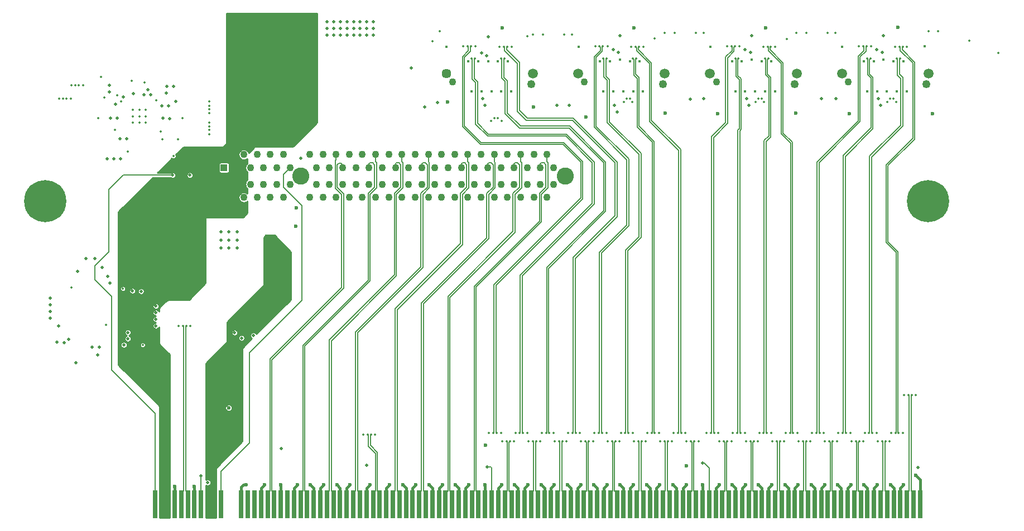
<source format=gbr>
%TF.GenerationSoftware,KiCad,Pcbnew,(5.1.6)-1*%
%TF.CreationDate,2022-02-23T11:46:10+01:00*%
%TF.ProjectId,Riser Leopard 2OU PCIe x8 4xOculink,52697365-7220-44c6-956f-706172642032,rev?*%
%TF.SameCoordinates,PX459e440PY54cbc38*%
%TF.FileFunction,Copper,L6,Bot*%
%TF.FilePolarity,Positive*%
%FSLAX46Y46*%
G04 Gerber Fmt 4.6, Leading zero omitted, Abs format (unit mm)*
G04 Created by KiCad (PCBNEW (5.1.6)-1) date 2022-02-23 11:46:10*
%MOMM*%
%LPD*%
G01*
G04 APERTURE LIST*
%TA.AperFunction,SMDPad,CuDef*%
%ADD10R,0.800000X4.200000*%
%TD*%
%TA.AperFunction,ComponentPad*%
%ADD11C,1.500000*%
%TD*%
%TA.AperFunction,WasherPad*%
%ADD12C,1.100000*%
%TD*%
%TA.AperFunction,WasherPad*%
%ADD13C,1.250000*%
%TD*%
%TA.AperFunction,ComponentPad*%
%ADD14C,1.450000*%
%TD*%
%TA.AperFunction,ComponentPad*%
%ADD15C,1.100000*%
%TD*%
%TA.AperFunction,ComponentPad*%
%ADD16R,1.100000X1.100000*%
%TD*%
%TA.AperFunction,WasherPad*%
%ADD17C,2.600000*%
%TD*%
%TA.AperFunction,ComponentPad*%
%ADD18C,6.400000*%
%TD*%
%TA.AperFunction,ComponentPad*%
%ADD19C,0.800000*%
%TD*%
%TA.AperFunction,ViaPad*%
%ADD20C,0.350000*%
%TD*%
%TA.AperFunction,ViaPad*%
%ADD21C,0.500000*%
%TD*%
%TA.AperFunction,ViaPad*%
%ADD22C,0.600000*%
%TD*%
%TA.AperFunction,ViaPad*%
%ADD23C,0.400000*%
%TD*%
%TA.AperFunction,Conductor*%
%ADD24C,0.400000*%
%TD*%
%TA.AperFunction,Conductor*%
%ADD25C,0.200000*%
%TD*%
%TA.AperFunction,Conductor*%
%ADD26C,0.152400*%
%TD*%
%TA.AperFunction,Conductor*%
%ADD27C,0.254000*%
%TD*%
G04 APERTURE END LIST*
D10*
%TO.P,J1,A12*%
%TO.N,GND*%
X29700000Y-46085000D03*
%TO.P,J1,A1*%
%TO.N,/PCIE_SLOT_PRSNT#1*%
X16600000Y-46085000D03*
%TO.P,J1,A2*%
%TO.N,+12V*%
X17600000Y-46085000D03*
%TO.P,J1,A3*%
X18600000Y-46085000D03*
%TO.P,J1,A4*%
%TO.N,GND*%
X19600000Y-46085000D03*
%TO.P,J1,A5*%
%TO.N,CLK100_SLOT0+*%
X20600000Y-46085000D03*
%TO.P,J1,A6*%
%TO.N,CLK100_SLOT0-*%
X21600000Y-46085000D03*
%TO.P,J1,A7*%
%TO.N,GND*%
X22600000Y-46085000D03*
%TO.P,J1,A8*%
%TO.N,/LAN_SMB_DAT*%
X23600000Y-46085000D03*
%TO.P,J1,A9*%
%TO.N,+3V3*%
X24600000Y-46085000D03*
%TO.P,J1,A10*%
X25600000Y-46085000D03*
%TO.P,J1,A11*%
%TO.N,RST_PERST0_N*%
X26600000Y-46085000D03*
%TO.P,J1,A13*%
%TO.N,Net-(J1-PadA13)*%
X30700000Y-46085000D03*
%TO.P,J1,A14*%
%TO.N,Net-(J1-PadA14)*%
X31700000Y-46085000D03*
%TO.P,J1,A15*%
%TO.N,GND*%
X32700000Y-46085000D03*
%TO.P,J1,A16*%
%TO.N,/CPU0_RX0+*%
X33700000Y-46085000D03*
%TO.P,J1,A17*%
%TO.N,/CPU0_RX0-*%
X34700000Y-46085000D03*
%TO.P,J1,A18*%
%TO.N,GND*%
X35700000Y-46085000D03*
%TO.P,J1,A19*%
%TO.N,Net-(J1-PadA19)*%
X36700000Y-46085000D03*
%TO.P,J1,A20*%
%TO.N,GND*%
X37700000Y-46085000D03*
%TO.P,J1,A21*%
%TO.N,/CPU0_RX1+*%
X38700000Y-46085000D03*
%TO.P,J1,A22*%
%TO.N,/CPU0_RX1-*%
X39700000Y-46085000D03*
%TO.P,J1,A23*%
%TO.N,GND*%
X40700000Y-46085000D03*
%TO.P,J1,A24*%
X41700000Y-46085000D03*
%TO.P,J1,A25*%
%TO.N,/CPU0_RX2+*%
X42700000Y-46085000D03*
%TO.P,J1,A26*%
%TO.N,/CPU0_RX2-*%
X43700000Y-46085000D03*
%TO.P,J1,A27*%
%TO.N,GND*%
X44700000Y-46085000D03*
%TO.P,J1,A28*%
X45700000Y-46085000D03*
%TO.P,J1,A29*%
%TO.N,/CPU0_RX3+*%
X46700000Y-46085000D03*
%TO.P,J1,A30*%
%TO.N,/CPU0_RX3-*%
X47700000Y-46085000D03*
%TO.P,J1,A31*%
%TO.N,GND*%
X48700000Y-46085000D03*
%TO.P,J1,A32*%
%TO.N,CLK100_SLOT1+*%
X49700000Y-46085000D03*
%TO.P,J1,A33*%
%TO.N,CLK100_SLOT1-*%
X50700000Y-46085000D03*
%TO.P,J1,A34*%
%TO.N,GND*%
X51700000Y-46085000D03*
%TO.P,J1,A35*%
%TO.N,/CPU0_RX4+*%
X52700000Y-46085000D03*
%TO.P,J1,A36*%
%TO.N,/CPU0_RX4-*%
X53700000Y-46085000D03*
%TO.P,J1,A37*%
%TO.N,GND*%
X54700000Y-46085000D03*
%TO.P,J1,A38*%
X55700000Y-46085000D03*
%TO.P,J1,A39*%
%TO.N,/CPU0_RX5+*%
X56700000Y-46085000D03*
%TO.P,J1,A40*%
%TO.N,/CPU0_RX5-*%
X57700000Y-46085000D03*
%TO.P,J1,A41*%
%TO.N,GND*%
X58700000Y-46085000D03*
%TO.P,J1,A42*%
X59700000Y-46085000D03*
%TO.P,J1,A43*%
%TO.N,/CPU0_RX6+*%
X60700000Y-46085000D03*
%TO.P,J1,A44*%
%TO.N,/CPU0_RX6-*%
X61700000Y-46085000D03*
%TO.P,J1,A45*%
%TO.N,GND*%
X62700000Y-46085000D03*
%TO.P,J1,A46*%
X63700000Y-46085000D03*
%TO.P,J1,A47*%
%TO.N,/CPU0_RX7+*%
X64700000Y-46085000D03*
%TO.P,J1,A48*%
%TO.N,/CPU0_RX7-*%
X65700000Y-46085000D03*
%TO.P,J1,A49*%
%TO.N,GND*%
X66700000Y-46085000D03*
%TO.P,J1,A50*%
%TO.N,/SLOT0_CONFIG*%
X67700000Y-46085000D03*
%TO.P,J1,A51*%
%TO.N,GND*%
X68700000Y-46085000D03*
%TO.P,J1,A52*%
%TO.N,Oculink_0_x4_RX0+*%
X69700000Y-46085000D03*
%TO.P,J1,A53*%
%TO.N,Oculink_0_x4_RX0-*%
X70700000Y-46085000D03*
%TO.P,J1,A54*%
%TO.N,GND*%
X71700000Y-46085000D03*
%TO.P,J1,A55*%
X72700000Y-46085000D03*
%TO.P,J1,A56*%
%TO.N,Oculink_0_x4_RX1+*%
X73700000Y-46085000D03*
%TO.P,J1,A57*%
%TO.N,Oculink_0_x4_RX1-*%
X74700000Y-46085000D03*
%TO.P,J1,A58*%
%TO.N,GND*%
X75700000Y-46085000D03*
%TO.P,J1,A59*%
X76700000Y-46085000D03*
%TO.P,J1,A60*%
%TO.N,Oculink_0_x4_RX2+*%
X77700000Y-46085000D03*
%TO.P,J1,A61*%
%TO.N,Oculink_0_x4_RX2-*%
X78700000Y-46085000D03*
%TO.P,J1,A62*%
%TO.N,GND*%
X79700000Y-46085000D03*
%TO.P,J1,A63*%
X80700000Y-46085000D03*
%TO.P,J1,A64*%
%TO.N,Oculink_0_x4_RX3+*%
X81700000Y-46085000D03*
%TO.P,J1,A65*%
%TO.N,Oculink_0_x4_RX3-*%
X82700000Y-46085000D03*
%TO.P,J1,A66*%
%TO.N,GND*%
X83700000Y-46085000D03*
%TO.P,J1,A67*%
X84700000Y-46085000D03*
%TO.P,J1,A68*%
%TO.N,Oculink_1_x4_RX0+*%
X85700000Y-46085000D03*
%TO.P,J1,A69*%
%TO.N,Oculink_1_x4_RX0-*%
X86700000Y-46085000D03*
%TO.P,J1,A70*%
%TO.N,GND*%
X87700000Y-46085000D03*
%TO.P,J1,A71*%
X88700000Y-46085000D03*
%TO.P,J1,A72*%
%TO.N,Oculink_1_x4_RX1+*%
X89700000Y-46085000D03*
%TO.P,J1,A73*%
%TO.N,Oculink_1_x4_RX1-*%
X90700000Y-46085000D03*
%TO.P,J1,A74*%
%TO.N,GND*%
X91700000Y-46085000D03*
%TO.P,J1,A75*%
X92700000Y-46085000D03*
%TO.P,J1,A76*%
%TO.N,Oculink_1_x4_RX2+*%
X93700000Y-46085000D03*
%TO.P,J1,A77*%
%TO.N,Oculink_1_x4_RX2-*%
X94700000Y-46085000D03*
%TO.P,J1,A78*%
%TO.N,GND*%
X95700000Y-46085000D03*
%TO.P,J1,A79*%
X96700000Y-46085000D03*
%TO.P,J1,A80*%
%TO.N,Oculink_1_x4_RX3+*%
X97700000Y-46085000D03*
%TO.P,J1,A81*%
%TO.N,Oculink_1_x4_RX3-*%
X98700000Y-46085000D03*
%TO.P,J1,A82*%
%TO.N,GND*%
X99700000Y-46085000D03*
%TO.P,J1,A83*%
%TO.N,/SLOT1_CONFIG*%
X100700000Y-46085000D03*
%TO.P,J1,A84*%
%TO.N,GND*%
X101700000Y-46085000D03*
%TO.P,J1,A85*%
%TO.N,Oculink_2_x4_RX0+*%
X102700000Y-46085000D03*
%TO.P,J1,A86*%
%TO.N,Oculink_2_x4_RX0-*%
X103700000Y-46085000D03*
%TO.P,J1,A87*%
%TO.N,GND*%
X104700000Y-46085000D03*
%TO.P,J1,A88*%
X105700000Y-46085000D03*
%TO.P,J1,A89*%
%TO.N,Oculink_2_x4_RX1+*%
X106700000Y-46085000D03*
%TO.P,J1,A90*%
%TO.N,Oculink_2_x4_RX1-*%
X107700000Y-46085000D03*
%TO.P,J1,A91*%
%TO.N,GND*%
X108700000Y-46085000D03*
%TO.P,J1,A92*%
X109700000Y-46085000D03*
%TO.P,J1,A93*%
%TO.N,Oculink_2_x4_RX2+*%
X110700000Y-46085000D03*
%TO.P,J1,A94*%
%TO.N,Oculink_2_x4_RX2-*%
X111700000Y-46085000D03*
%TO.P,J1,A95*%
%TO.N,GND*%
X112700000Y-46085000D03*
%TO.P,J1,A96*%
X113700000Y-46085000D03*
%TO.P,J1,A97*%
%TO.N,Oculink_2_x4_RX3+*%
X114700000Y-46085000D03*
%TO.P,J1,A98*%
%TO.N,Oculink_2_x4_RX3-*%
X115700000Y-46085000D03*
%TO.P,J1,A99*%
%TO.N,GND*%
X116700000Y-46085000D03*
%TO.P,J1,A100*%
X117700000Y-46085000D03*
%TO.P,J1,A101*%
%TO.N,Oculink_3_x4_RX0+*%
X118700000Y-46085000D03*
%TO.P,J1,A102*%
%TO.N,Oculink_3_x4_RX0-*%
X119700000Y-46085000D03*
%TO.P,J1,A103*%
%TO.N,GND*%
X120700000Y-46085000D03*
%TO.P,J1,A104*%
X121700000Y-46085000D03*
%TO.P,J1,A105*%
%TO.N,Oculink_3_x4_RX1+*%
X122700000Y-46085000D03*
%TO.P,J1,A106*%
%TO.N,Oculink_3_x4_RX1-*%
X123700000Y-46085000D03*
%TO.P,J1,A107*%
%TO.N,GND*%
X124700000Y-46085000D03*
%TO.P,J1,A108*%
X125700000Y-46085000D03*
%TO.P,J1,A109*%
%TO.N,Oculink_3_x4_RX2+*%
X126700000Y-46085000D03*
%TO.P,J1,A110*%
%TO.N,Oculink_3_x4_RX2-*%
X127700000Y-46085000D03*
%TO.P,J1,A111*%
%TO.N,GND*%
X128700000Y-46085000D03*
%TO.P,J1,A112*%
X129700000Y-46085000D03*
%TO.P,J1,A113*%
%TO.N,Oculink_3_x4_RX3+*%
X130700000Y-46085000D03*
%TO.P,J1,A114*%
%TO.N,Oculink_3_x4_RX3-*%
X131700000Y-46085000D03*
%TO.P,J1,A115*%
%TO.N,GND*%
X132700000Y-46085000D03*
%TD*%
D11*
%TO.P,J2,C1*%
%TO.N,GND*%
X80820000Y19385000D03*
X93980000Y19385000D03*
D12*
%TO.P,J2,*%
%TO.N,*%
X81780000Y18125000D03*
D13*
X93680000Y17765000D03*
%TD*%
%TO.P,J3,*%
%TO.N,*%
X73680000Y17765000D03*
D12*
X61780000Y18125000D03*
D11*
%TO.P,J3,C1*%
%TO.N,GND*%
X73980000Y19385000D03*
D14*
X60820000Y19385000D03*
%TD*%
D13*
%TO.P,J4,*%
%TO.N,*%
X133680000Y17765000D03*
D12*
X121780000Y18125000D03*
D11*
%TO.P,J4,C1*%
%TO.N,GND*%
X133980000Y19385000D03*
X120820000Y19385000D03*
%TD*%
%TO.P,J5,C1*%
%TO.N,GND*%
X100820000Y19385000D03*
X113980000Y19385000D03*
D12*
%TO.P,J5,*%
%TO.N,*%
X101780000Y18125000D03*
D13*
X113680000Y17765000D03*
%TD*%
D15*
%TO.P,J6,A38*%
%TO.N,GND*%
X66090000Y7095000D03*
%TO.P,J6,A41*%
X69090000Y5095000D03*
%TO.P,J6,A45*%
X73090000Y5095000D03*
%TO.P,J6,A44*%
%TO.N,/CPU0_RX6-*%
X72090000Y7095000D03*
%TO.P,J6,A43*%
%TO.N,/CPU0_RX6+*%
X71090000Y5095000D03*
%TO.P,J6,A42*%
%TO.N,GND*%
X70090000Y7095000D03*
%TO.P,J6,A40*%
%TO.N,/CPU0_RX5-*%
X68090000Y7095000D03*
%TO.P,J6,A39*%
%TO.N,/CPU0_RX5+*%
X67090000Y5095000D03*
%TO.P,J6,B32*%
%TO.N,GND*%
X60090000Y595000D03*
%TO.P,J6,B38*%
%TO.N,/CPU0_TX5-*%
X66090000Y595000D03*
%TO.P,J6,B12*%
%TO.N,/LAN_SMB_ALERT_N*%
X40090000Y595000D03*
%TO.P,J6,B11*%
%TO.N,IRQ_LVC_WAKE_N*%
X37090000Y2595000D03*
%TO.P,J6,B26*%
%TO.N,GND*%
X54090000Y595000D03*
%TO.P,J6,B20*%
%TO.N,/CPU0_TX1-*%
X48090000Y595000D03*
%TO.P,J6,B14*%
%TO.N,/CPU0_TX0+*%
X42090000Y595000D03*
%TO.P,J6,B16*%
%TO.N,GND*%
X44090000Y595000D03*
%TO.P,J6,B1*%
%TO.N,+12V*%
X27090000Y2595000D03*
%TO.P,J6,B18*%
%TO.N,GND*%
X46090000Y595000D03*
%TO.P,J6,B24*%
%TO.N,/CPU0_TX2-*%
X52090000Y595000D03*
%TO.P,J6,B21*%
%TO.N,GND*%
X49090000Y2595000D03*
%TO.P,J6,B3*%
%TO.N,+12V*%
X29090000Y2595000D03*
%TO.P,J6,B9*%
%TO.N,Net-(J6-PadB9)*%
X35090000Y2595000D03*
%TO.P,J6,B4*%
%TO.N,GND*%
X30090000Y595000D03*
%TO.P,J6,B37*%
%TO.N,/CPU0_TX5+*%
X65090000Y2595000D03*
%TO.P,J6,B35*%
%TO.N,GND*%
X63090000Y2595000D03*
%TO.P,J6,B33*%
%TO.N,/CPU0_TX4+*%
X61090000Y2595000D03*
%TO.P,J6,B27*%
%TO.N,/CPU0_TX3+*%
X55090000Y2595000D03*
%TO.P,J6,B5*%
%TO.N,PCIe_SMB_CLK*%
X31090000Y2595000D03*
%TO.P,J6,B19*%
%TO.N,/CPU0_TX1+*%
X47090000Y2595000D03*
%TO.P,J6,B25*%
%TO.N,GND*%
X53090000Y2595000D03*
%TO.P,J6,B15*%
%TO.N,/CPU0_TX0-*%
X43090000Y2595000D03*
%TO.P,J6,B10*%
%TO.N,+3.3Vaux*%
X36090000Y595000D03*
%TO.P,J6,B36*%
%TO.N,GND*%
X64090000Y595000D03*
%TO.P,J6,B8*%
%TO.N,+3V3*%
X34090000Y595000D03*
%TO.P,J6,B23*%
%TO.N,/CPU0_TX2+*%
X51090000Y2595000D03*
%TO.P,J6,B22*%
%TO.N,GND*%
X50090000Y595000D03*
%TO.P,J6,B6*%
%TO.N,PCIe_SMB_DATA*%
X32090000Y595000D03*
%TO.P,J6,B17*%
%TO.N,/PCIE_SLOT0_PRSNT_x4*%
X45090000Y2595000D03*
%TO.P,J6,B2*%
%TO.N,+12V*%
X28090000Y595000D03*
%TO.P,J6,B13*%
%TO.N,GND*%
X41090000Y2595000D03*
%TO.P,J6,B34*%
%TO.N,/CPU0_TX4-*%
X62090000Y595000D03*
%TO.P,J6,B29*%
%TO.N,GND*%
X57090000Y2595000D03*
%TO.P,J6,B31*%
%TO.N,/PCIE_SLOT0_PRSNT_x4*%
X59090000Y2595000D03*
%TO.P,J6,B30*%
%TO.N,Net-(J6-PadB30)*%
X58090000Y595000D03*
%TO.P,J6,B28*%
%TO.N,/CPU0_TX3-*%
X56090000Y595000D03*
%TO.P,J6,B7*%
%TO.N,GND*%
X33090000Y2595000D03*
%TO.P,J6,A14*%
%TO.N,CLK100_SLOT1-*%
X42090000Y7095000D03*
%TO.P,J6,A13*%
%TO.N,CLK100_SLOT1+*%
X41090000Y5095000D03*
%TO.P,J6,A15*%
%TO.N,GND*%
X43090000Y5095000D03*
%TO.P,J6,A24*%
X52090000Y7095000D03*
%TO.P,J6,A29*%
%TO.N,/CPU0_RX3+*%
X57090000Y5095000D03*
%TO.P,J6,A27*%
%TO.N,GND*%
X55090000Y5095000D03*
%TO.P,J6,A28*%
X56090000Y7095000D03*
%TO.P,J6,A26*%
%TO.N,/CPU0_RX2-*%
X54090000Y7095000D03*
%TO.P,J6,A23*%
%TO.N,GND*%
X51090000Y5095000D03*
%TO.P,J6,A25*%
%TO.N,/CPU0_RX2+*%
X53090000Y5095000D03*
%TO.P,J6,A22*%
%TO.N,/CPU0_RX1-*%
X50090000Y7095000D03*
%TO.P,J6,B47*%
%TO.N,GND*%
X75090000Y2595000D03*
%TO.P,J6,B46*%
%TO.N,/CPU0_TX7-*%
X74090000Y595000D03*
%TO.P,J6,B45*%
%TO.N,/CPU0_TX7+*%
X73090000Y2595000D03*
%TO.P,J6,B49*%
%TO.N,GND*%
X77090000Y2595000D03*
%TO.P,J6,B42*%
%TO.N,/CPU0_TX6-*%
X70090000Y595000D03*
%TO.P,J6,B40*%
%TO.N,GND*%
X68090000Y595000D03*
%TO.P,J6,B43*%
X71090000Y2595000D03*
%TO.P,J6,B41*%
%TO.N,/CPU0_TX6+*%
X69090000Y2595000D03*
%TO.P,J6,B48*%
%TO.N,/PCIE_SLOT0_PRSNT_x8*%
X76090000Y595000D03*
%TO.P,J6,B44*%
%TO.N,GND*%
X72090000Y595000D03*
%TO.P,J6,B39*%
X67090000Y2595000D03*
%TO.P,J6,A31*%
X59090000Y5095000D03*
%TO.P,J6,A35*%
%TO.N,/CPU0_RX4+*%
X63090000Y5095000D03*
%TO.P,J6,A34*%
%TO.N,GND*%
X62090000Y7095000D03*
%TO.P,J6,A33*%
%TO.N,/LAN_SMB_DAT*%
X61090000Y5095000D03*
%TO.P,J6,A37*%
%TO.N,GND*%
X65090000Y5095000D03*
%TO.P,J6,A32*%
%TO.N,/LAN_SMB_CLK*%
X60090000Y7095000D03*
%TO.P,J6,A30*%
%TO.N,/CPU0_RX3-*%
X58090000Y7095000D03*
%TO.P,J6,A36*%
%TO.N,/CPU0_RX4-*%
X64090000Y7095000D03*
%TO.P,J6,A21*%
%TO.N,/CPU0_RX1+*%
X49090000Y5095000D03*
%TO.P,J6,A20*%
%TO.N,GND*%
X48090000Y7095000D03*
%TO.P,J6,A19*%
%TO.N,Net-(J6-PadA19)*%
X47090000Y5095000D03*
%TO.P,J6,A7*%
%TO.N,Net-(J6-PadA7)*%
X33090000Y5095000D03*
%TO.P,J6,A8*%
%TO.N,Net-(J6-PadA8)*%
X34090000Y7095000D03*
%TO.P,J6,A5*%
%TO.N,Net-(J6-PadA5)*%
X31090000Y5095000D03*
%TO.P,J6,A6*%
%TO.N,Net-(J6-PadA6)*%
X32090000Y7095000D03*
%TO.P,J6,A9*%
%TO.N,+3V3*%
X35090000Y5095000D03*
%TO.P,J6,A12*%
%TO.N,GND*%
X40090000Y7095000D03*
%TO.P,J6,A11*%
%TO.N,RST_PERST0_N*%
X37090000Y5095000D03*
%TO.P,J6,A10*%
%TO.N,+3V3*%
X36090000Y7095000D03*
D16*
%TO.P,J6,A1*%
%TO.N,/PCIE_SLOT_PRSNT#1*%
X27090000Y5095000D03*
D15*
%TO.P,J6,A2*%
%TO.N,+12V*%
X28090000Y7095000D03*
%TO.P,J6,A4*%
%TO.N,GND*%
X30090000Y7095000D03*
%TO.P,J6,A3*%
%TO.N,+12V*%
X29090000Y5095000D03*
D17*
%TO.P,J6,*%
%TO.N,*%
X78890000Y3845000D03*
X38740000Y3845000D03*
D15*
%TO.P,J6,A49*%
%TO.N,GND*%
X77090000Y5095000D03*
%TO.P,J6,A47*%
%TO.N,/CPU0_RX7+*%
X75090000Y5095000D03*
%TO.P,J6,A46*%
%TO.N,GND*%
X74090000Y7095000D03*
%TO.P,J6,A48*%
%TO.N,/CPU0_RX7-*%
X76090000Y7095000D03*
%TO.P,J6,A16*%
%TO.N,/CPU0_RX0+*%
X44090000Y7095000D03*
%TO.P,J6,A18*%
%TO.N,GND*%
X46090000Y7095000D03*
%TO.P,J6,A17*%
%TO.N,/CPU0_RX0-*%
X45090000Y5095000D03*
%TD*%
D18*
%TO.P,H1,1*%
%TO.N,GND*%
X0Y0D03*
D19*
X2400000Y0D03*
X-1697056Y-1697056D03*
X1697056Y-1697056D03*
X0Y-2400000D03*
X-2400000Y0D03*
X1697056Y1697056D03*
X0Y2400000D03*
X-1697056Y1697056D03*
%TD*%
%TO.P,H2,1*%
%TO.N,GND*%
X132202944Y1697056D03*
X133900000Y2400000D03*
X135597056Y1697056D03*
X131500000Y0D03*
X133900000Y-2400000D03*
X135597056Y-1697056D03*
X132202944Y-1697056D03*
X136300000Y0D03*
D18*
X133900000Y0D03*
%TD*%
D20*
%TO.N,+12V*%
X75450000Y25340000D03*
X59850000Y25840000D03*
X95450000Y25590000D03*
X115450000Y25590000D03*
X135450000Y25840000D03*
X79850000Y25340000D03*
X99850000Y25590000D03*
X119850000Y25590000D03*
X144600000Y22565000D03*
D21*
X18050000Y-31485000D03*
X18050000Y-32485000D03*
X18050000Y-33485000D03*
X18050000Y-34485000D03*
X18050000Y-35485000D03*
X18050000Y-36485000D03*
X18050000Y-37485000D03*
X18050000Y-38485000D03*
X18050000Y-39485000D03*
X18050000Y-40485000D03*
X30150000Y26965000D03*
X31150000Y26965000D03*
X32150000Y26965000D03*
X33150000Y26965000D03*
X34150000Y26965000D03*
X35150000Y26965000D03*
X36150000Y26965000D03*
X37150000Y26965000D03*
X38150000Y26965000D03*
X39150000Y26965000D03*
X30150000Y25965000D03*
X31150000Y25965000D03*
X32150000Y25965000D03*
X33150000Y25965000D03*
X34150000Y25965000D03*
X35150000Y25965000D03*
X36150000Y25965000D03*
X37150000Y25965000D03*
X38150000Y25965000D03*
X39150000Y25965000D03*
X30150000Y24965000D03*
X31150000Y24965000D03*
X32150000Y24965000D03*
X33150000Y24965000D03*
X34150000Y24965000D03*
X35150000Y24965000D03*
X36150000Y24965000D03*
X37150000Y24965000D03*
X38150000Y24965000D03*
X39150000Y24965000D03*
X30150000Y23965000D03*
X31150000Y23965000D03*
X32150000Y23965000D03*
X33150000Y23965000D03*
X34150000Y23965000D03*
X35150000Y23965000D03*
X36150000Y23965000D03*
X37150000Y23965000D03*
X38150000Y23965000D03*
X39150000Y23965000D03*
X19750000Y1015000D03*
X21250000Y1015000D03*
X22750000Y1015000D03*
X19750000Y-485000D03*
X21250000Y-485000D03*
X22750000Y-485000D03*
X19750000Y-1985000D03*
X21250000Y-1985000D03*
X22750000Y-1985000D03*
X19750000Y-3485000D03*
X21250000Y-3485000D03*
X22750000Y-3485000D03*
X19750000Y-4985000D03*
X21250000Y-4985000D03*
X22750000Y-4985000D03*
X24850000Y-635000D03*
X26350000Y-635000D03*
X27850000Y-635000D03*
X29350000Y-635000D03*
D20*
%TO.N,GND*%
X13225000Y13915000D03*
D22*
X130200000Y-43085000D03*
X128200000Y-43085000D03*
X126200000Y-43085000D03*
X124200000Y-43085000D03*
X122200000Y-43085000D03*
X120200000Y-43085000D03*
X118200000Y-43085000D03*
X116200000Y-43085000D03*
X114200000Y-43085000D03*
X112200000Y-43085000D03*
X110200000Y-43085000D03*
X108200000Y-43085000D03*
X106200000Y-43085000D03*
X104200000Y-43085000D03*
X102200000Y-43085000D03*
X99700000Y-43085000D03*
X97200000Y-43085000D03*
X95200000Y-43085000D03*
X93200000Y-43085000D03*
X91200000Y-43085000D03*
X89200000Y-43085000D03*
X87200000Y-43085000D03*
X85200000Y-43085000D03*
X83200000Y-43085000D03*
X81200000Y-43085000D03*
X79200000Y-43085000D03*
X77200000Y-43085000D03*
X75200000Y-43085000D03*
X73200000Y-43085000D03*
X71200000Y-43085000D03*
X69200000Y-43085000D03*
X64200000Y-43085000D03*
X62200000Y-43085000D03*
X60200000Y-43085000D03*
X58200000Y-43085000D03*
X56200000Y-43085000D03*
X54200000Y-43085000D03*
X52200000Y-43085000D03*
X35700000Y-43085000D03*
X33200000Y-43085000D03*
X30450000Y-43085000D03*
X49200000Y-43085000D03*
X46200000Y-43085000D03*
X44200000Y-43085000D03*
X42200000Y-43085000D03*
X40200000Y-43085000D03*
X38200000Y-43085000D03*
D20*
X63400000Y23570000D03*
X69175000Y12195000D03*
X65275000Y23570000D03*
X70700000Y23495000D03*
X68900000Y23495000D03*
D23*
X70150000Y21270000D03*
X68650000Y21270000D03*
X60875000Y23495000D03*
X69160000Y16670000D03*
X70660000Y16670000D03*
X64150000Y21270000D03*
X65650000Y21270000D03*
X67150000Y21270000D03*
X67660000Y16670000D03*
X64660000Y16670000D03*
X66160000Y16670000D03*
X80875000Y23495000D03*
X100875000Y23495000D03*
X120875000Y23495000D03*
X89160000Y16670000D03*
X109160000Y16670000D03*
X129160000Y16670000D03*
X87660000Y16670000D03*
X107660000Y16670000D03*
X127660000Y16670000D03*
X84660000Y16670000D03*
X104660000Y16670000D03*
X124660000Y16670000D03*
X87150000Y21520000D03*
X107140000Y21520000D03*
X127140000Y21520000D03*
D22*
X82000000Y12820000D03*
X102000000Y13320000D03*
X122000000Y13320000D03*
D20*
X89050000Y15070000D03*
X109050000Y15070000D03*
X129050000Y15070000D03*
D23*
X90660000Y16670000D03*
X110660000Y16670000D03*
X130660000Y16670000D03*
X133425000Y23520000D03*
X86160000Y16670000D03*
X106160000Y16670000D03*
X126160000Y16670000D03*
D20*
X107750000Y15070000D03*
X127750000Y15070000D03*
X87750000Y15070000D03*
X67625000Y12195000D03*
D22*
X66700000Y-43085000D03*
X66800000Y-37035000D03*
X97250000Y-40235000D03*
X132075000Y-41660000D03*
X22600000Y-43335000D03*
X19600000Y-43335000D03*
X37950000Y-3835000D03*
X38100000Y-1035000D03*
D20*
X12500000Y7515000D03*
D22*
X61000000Y15065000D03*
D20*
X8025000Y12615000D03*
X8900000Y15765000D03*
X10850000Y16090000D03*
X8450000Y18890000D03*
X13050000Y18340000D03*
X15050000Y18015000D03*
X20775000Y12640000D03*
X16775000Y15315000D03*
X11500000Y15140000D03*
X10575000Y10890000D03*
X19400000Y6865000D03*
X17450000Y10640000D03*
X14225000Y13915000D03*
X15225000Y13915000D03*
X13225000Y12915000D03*
X14225000Y12915000D03*
X15225000Y12915000D03*
X13225000Y11915000D03*
X14225000Y11915000D03*
X15225000Y11915000D03*
D21*
X18300000Y16415000D03*
X18450000Y17415000D03*
X19450000Y17415000D03*
X9375000Y6415000D03*
X10375000Y6415000D03*
X11375000Y6415000D03*
D20*
X73100000Y25115000D03*
D22*
X113850000Y13415000D03*
X94050000Y13365000D03*
X74000000Y14365000D03*
X134600000Y13315000D03*
D20*
X83400000Y23570000D03*
X103400000Y23570000D03*
X123400000Y23570000D03*
X85275000Y23570000D03*
X105275000Y23570000D03*
X125275000Y23570000D03*
X90700000Y23495000D03*
X110700000Y23495000D03*
X130700000Y23495000D03*
X88900000Y23495000D03*
X108900000Y23495000D03*
X128900000Y23495000D03*
D23*
X90150000Y21270000D03*
X110150000Y21270000D03*
X130150000Y21270000D03*
X88650000Y21270000D03*
X108650000Y21270000D03*
X128650000Y21270000D03*
X84150000Y21270000D03*
X104150000Y21270000D03*
X124150000Y21270000D03*
X85650000Y21270000D03*
X105650000Y21270000D03*
X125650000Y21270000D03*
D20*
X112450000Y24615000D03*
X92400000Y24765000D03*
D21*
X26600000Y-4635000D03*
X27850000Y-4635000D03*
X29100000Y-4635000D03*
X26600000Y-5885000D03*
X27850000Y-5885000D03*
X29100000Y-5885000D03*
X26600000Y-7135000D03*
X27850000Y-7135000D03*
X29100000Y-7135000D03*
D20*
X3850000Y15565000D03*
X2050000Y15565000D03*
X3900000Y17615000D03*
X5700000Y17615000D03*
X24850000Y15165000D03*
X24850000Y13365000D03*
X24850000Y10165000D03*
X24850000Y11965000D03*
X22000000Y-18985000D03*
X20200000Y-18985000D03*
X67300000Y-35210000D03*
X69100000Y-35210000D03*
X48225000Y-35435000D03*
X50025000Y-35435000D03*
X69275000Y-36485000D03*
X71075000Y-36485000D03*
X71300000Y-35210000D03*
X75300000Y-35210000D03*
X79300000Y-35210000D03*
X83300000Y-35210000D03*
X87300000Y-35210000D03*
X91300000Y-35210000D03*
X95300000Y-35210000D03*
X73100000Y-35210000D03*
X77100000Y-35210000D03*
X81100000Y-35210000D03*
X85100000Y-35210000D03*
X89100000Y-35210000D03*
X93100000Y-35210000D03*
X97100000Y-35210000D03*
X73275000Y-36485000D03*
X77275000Y-36485000D03*
X81275000Y-36485000D03*
X85275000Y-36485000D03*
X89275000Y-36485000D03*
X93275000Y-36485000D03*
X97275000Y-36485000D03*
X75075000Y-36485000D03*
X79075000Y-36485000D03*
X83075000Y-36485000D03*
X87075000Y-36485000D03*
X91075000Y-36485000D03*
X95075000Y-36485000D03*
X99075000Y-36485000D03*
X100300000Y-35210000D03*
X102275000Y-36485000D03*
X102100000Y-35210000D03*
X104075000Y-36485000D03*
X108075000Y-36485000D03*
X112075000Y-36485000D03*
X116075000Y-36485000D03*
X120075000Y-36485000D03*
X124075000Y-36485000D03*
X128075000Y-36485000D03*
X106100000Y-35210000D03*
X110100000Y-35210000D03*
X114100000Y-35210000D03*
X118100000Y-35210000D03*
X122100000Y-35210000D03*
X126100000Y-35210000D03*
X104300000Y-35210000D03*
X108300000Y-35210000D03*
X112300000Y-35210000D03*
X116300000Y-35210000D03*
X120300000Y-35210000D03*
X124300000Y-35210000D03*
X106275000Y-36485000D03*
X110275000Y-36485000D03*
X114275000Y-36485000D03*
X118275000Y-36485000D03*
X122275000Y-36485000D03*
X126275000Y-36485000D03*
X130100000Y-35210000D03*
X128300000Y-35210000D03*
X132075000Y-29485000D03*
X130275000Y-29485000D03*
X14750000Y-21835000D03*
X9200000Y-18785000D03*
X3900000Y-13085000D03*
X11750000Y-13285000D03*
D21*
%TO.N,+3V3*%
X25100000Y-33185000D03*
X26100000Y-33185000D03*
X25100000Y-34185000D03*
X26100000Y-34185000D03*
X25100000Y-35185000D03*
X26100000Y-35185000D03*
X25100000Y-36185000D03*
X26100000Y-36185000D03*
X25100000Y-37185000D03*
X26100000Y-37185000D03*
X25100000Y-38185000D03*
X26100000Y-38185000D03*
X33950000Y-5585000D03*
X33950000Y-6585000D03*
X36400000Y-7835000D03*
X36400000Y-8835000D03*
X36400000Y-9835000D03*
X36400000Y-10835000D03*
X36400000Y-11835000D03*
X34200000Y-9935000D03*
X35200000Y-9935000D03*
X34200000Y-10935000D03*
X35200000Y-10935000D03*
X34200000Y-11935000D03*
X35200000Y-11935000D03*
X15575000Y16965000D03*
X14950000Y16215000D03*
X15950000Y16215000D03*
X11825000Y15840000D03*
X11325000Y9465000D03*
X12325000Y9465000D03*
D20*
X20125000Y9415000D03*
X73950000Y25340000D03*
X118700000Y25590000D03*
X93950000Y25590000D03*
X113950000Y25590000D03*
X133950000Y25840000D03*
D21*
X42750000Y27265000D03*
X43750000Y27265000D03*
X44750000Y27265000D03*
X45750000Y27265000D03*
X46750000Y27265000D03*
X47750000Y27265000D03*
X48750000Y27265000D03*
X49750000Y27265000D03*
X42750000Y26265000D03*
X43750000Y26265000D03*
X44750000Y26265000D03*
X45750000Y26265000D03*
X46750000Y26265000D03*
X47750000Y26265000D03*
X48750000Y26265000D03*
X49750000Y26265000D03*
X42750000Y25265000D03*
X43750000Y25265000D03*
X44750000Y25265000D03*
X45750000Y25265000D03*
X46750000Y25265000D03*
X47750000Y25265000D03*
X48750000Y25265000D03*
X49750000Y25265000D03*
D20*
X140200000Y24365000D03*
X58700000Y24315000D03*
X98700000Y25590000D03*
X78700000Y25340000D03*
D22*
X109300000Y26315000D03*
X129300000Y26415000D03*
X89300000Y26315000D03*
X69300000Y26315000D03*
%TO.N,+3.3Vaux*%
X27800000Y-31385000D03*
D21*
X750000Y-14735000D03*
X750000Y-15735000D03*
X750000Y-16735000D03*
X750000Y-17735000D03*
X2800000Y-21485000D03*
X3550000Y-20985000D03*
X7100000Y-22135000D03*
X8200000Y-22135000D03*
X16750000Y-15935000D03*
X16750000Y-16935000D03*
X16750000Y-17935000D03*
X16750000Y-18935000D03*
X12500000Y-19935000D03*
X12500000Y-20885000D03*
X11900000Y-21835000D03*
X13200000Y-13635000D03*
X14500000Y-13685000D03*
%TO.N,/SLOT0_CONFIG*%
X67000000Y-40335000D03*
%TO.N,/SLOT1_CONFIG*%
X99700000Y-39785000D03*
%TO.N,/LAN_SMB_CLK*%
X24600000Y-42735000D03*
X29750000Y-20785000D03*
%TO.N,/LAN_SMB_DAT*%
X23600000Y-41735000D03*
X28700000Y-19985000D03*
%TO.N,/PCIE_SLOT_PRSNT#1*%
X19300000Y3965000D03*
X21900000Y3965000D03*
%TO.N,/PCIE_SLOT0_PRSNT_x4*%
X35750000Y-37535000D03*
%TO.N,Net-(J3-PadA9)*%
X66350000Y15615000D03*
X59500000Y15015000D03*
%TO.N,Net-(J4-PadA9)*%
X126350000Y15615000D03*
X119900000Y15615000D03*
%TO.N,+3.3VP*%
X18800000Y12540000D03*
X17825000Y12590000D03*
X17675000Y14465000D03*
X18675000Y14465000D03*
X19800000Y15190000D03*
X13350000Y16390000D03*
X10600000Y14740000D03*
X9700000Y17640000D03*
X9700000Y16640000D03*
X10875000Y12640000D03*
X9875000Y12640000D03*
D20*
X17775000Y9415000D03*
D21*
%TO.N,Net-(J3-PadA10)*%
X66700000Y14565000D03*
X57550000Y14315000D03*
%TO.N,Net-(J4-PadA10)*%
X126700000Y14565000D03*
X117700000Y15565000D03*
D20*
%TO.N,/Oculink connector/Oculink_1_C_x4_TX0+*%
X83948800Y-35210000D03*
X84073800Y23570000D03*
%TO.N,/Oculink connector/Oculink_1_C_x4_TX1+*%
X87948800Y-35210000D03*
X84648800Y21720000D03*
%TO.N,/Oculink connector/Oculink_1_C_x4_TX2+*%
X91948800Y-35210000D03*
X89148800Y21720000D03*
%TO.N,/Oculink connector/Oculink_1_C_x4_TX3+*%
X95948800Y-35210000D03*
X89563800Y23495000D03*
%TO.N,/Oculink connector/Oculink_1_C_x4_TX0-*%
X84451200Y-35210000D03*
X84576200Y23570000D03*
%TO.N,/Oculink connector/Oculink_1_C_x4_TX1-*%
X88451200Y-35210000D03*
X85151200Y21720000D03*
%TO.N,/Oculink connector/Oculink_1_C_x4_TX2-*%
X92451200Y-35210000D03*
X89651200Y21720000D03*
%TO.N,/Oculink connector/Oculink_1_C_x4_TX3-*%
X96451200Y-35210000D03*
X90066200Y23495000D03*
%TO.N,/Oculink connector/Oculink_0_C_x4_TX0+*%
X64073800Y23570000D03*
X67948800Y-35210000D03*
%TO.N,/Oculink connector/Oculink_0_C_x4_TX1+*%
X71948800Y-35210000D03*
X64648800Y21720000D03*
%TO.N,/Oculink connector/Oculink_0_C_x4_TX2+*%
X75948800Y-35210000D03*
X69148800Y21720000D03*
%TO.N,/Oculink connector/Oculink_0_C_x4_TX3+*%
X79948800Y-35210000D03*
X69563800Y23495000D03*
%TO.N,/Oculink connector/Oculink_0_C_x4_TX0-*%
X64576200Y23570000D03*
X68451200Y-35210000D03*
%TO.N,/Oculink connector/Oculink_0_C_x4_TX1-*%
X72451200Y-35210000D03*
X65151200Y21720000D03*
%TO.N,/Oculink connector/Oculink_0_C_x4_TX2-*%
X76451200Y-35210000D03*
X69651200Y21720000D03*
%TO.N,/Oculink connector/Oculink_0_C_x4_TX3-*%
X80451200Y-35210000D03*
X70066200Y23495000D03*
%TO.N,/Oculink connector/Oculink_3_C_x4_TX0+*%
X124073800Y23570000D03*
X116948800Y-35210000D03*
%TO.N,/Oculink connector/Oculink_3_C_x4_TX1+*%
X124648800Y21720000D03*
X120948800Y-35210000D03*
%TO.N,/Oculink connector/Oculink_3_C_x4_TX2+*%
X129148800Y21720000D03*
X124948800Y-35210000D03*
%TO.N,/Oculink connector/Oculink_3_C_x4_TX3+*%
X129563800Y23495000D03*
X128948800Y-35210000D03*
%TO.N,/Oculink connector/Oculink_3_C_x4_TX0-*%
X124576200Y23570000D03*
X117451200Y-35210000D03*
%TO.N,/Oculink connector/Oculink_3_C_x4_TX1-*%
X125151200Y21720000D03*
X121451200Y-35210000D03*
%TO.N,/Oculink connector/Oculink_3_C_x4_TX2-*%
X129651200Y21720000D03*
X125451200Y-35210000D03*
%TO.N,/Oculink connector/Oculink_3_C_x4_TX3-*%
X130066200Y23495000D03*
X129451200Y-35210000D03*
%TO.N,/Oculink connector/Oculink_2_C_x4_TX0+*%
X104073800Y23570000D03*
X100948800Y-35210000D03*
%TO.N,/Oculink connector/Oculink_2_C_x4_TX1+*%
X104648800Y21720000D03*
X104948800Y-35210000D03*
%TO.N,/Oculink connector/Oculink_2_C_x4_TX2+*%
X109148800Y21720000D03*
X108948800Y-35210000D03*
%TO.N,/Oculink connector/Oculink_2_C_x4_TX3+*%
X109563800Y23495000D03*
X112948800Y-35210000D03*
%TO.N,/Oculink connector/Oculink_2_C_x4_TX0-*%
X104576200Y23570000D03*
X101451200Y-35210000D03*
%TO.N,/Oculink connector/Oculink_2_C_x4_TX1-*%
X105151200Y21720000D03*
X105451200Y-35210000D03*
%TO.N,/Oculink connector/Oculink_2_C_x4_TX2-*%
X109651200Y21720000D03*
X109451200Y-35210000D03*
%TO.N,/Oculink connector/Oculink_2_C_x4_TX3-*%
X110066200Y23495000D03*
X113451200Y-35210000D03*
D21*
%TO.N,/PCIE_SLOT0_PRSNT_x8*%
X48750000Y-40135000D03*
%TO.N,IRQ_LVC_WAKE_N*%
X38700000Y6515000D03*
%TO.N,Net-(J1-PadB115)*%
X132400000Y-40485000D03*
X31550000Y-20385000D03*
%TO.N,RST_PERST0_N*%
X67150000Y25015000D03*
X55500000Y20265000D03*
X87150000Y25165000D03*
X107150000Y25165000D03*
X127150000Y25165000D03*
D20*
%TO.N,CLK100_SLOT1+*%
X48873800Y-35435000D03*
%TO.N,CLK100_SLOT1-*%
X49376200Y-35435000D03*
%TO.N,Oculink_0_x4_RX0+*%
X69948800Y-36485000D03*
%TO.N,Oculink_0_x4_RX0-*%
X70451200Y-36485000D03*
%TO.N,Oculink_0_x4_RX1+*%
X73948800Y-36485000D03*
%TO.N,Oculink_0_x4_RX1-*%
X74451200Y-36485000D03*
%TO.N,Oculink_0_x4_RX2+*%
X77948800Y-36485000D03*
%TO.N,Oculink_0_x4_RX2-*%
X78451200Y-36485000D03*
%TO.N,Oculink_0_x4_RX3+*%
X81948800Y-36485000D03*
%TO.N,Oculink_0_x4_RX3-*%
X82451200Y-36485000D03*
%TO.N,Oculink_1_x4_RX0+*%
X85948800Y-36485000D03*
%TO.N,Oculink_1_x4_RX0-*%
X86451200Y-36485000D03*
%TO.N,Oculink_1_x4_RX1+*%
X89948800Y-36485000D03*
%TO.N,Oculink_1_x4_RX1-*%
X90451200Y-36485000D03*
%TO.N,Oculink_1_x4_RX2+*%
X93948800Y-36485000D03*
%TO.N,Oculink_1_x4_RX2-*%
X94451200Y-36485000D03*
%TO.N,Oculink_1_x4_RX3+*%
X97948800Y-36485000D03*
%TO.N,Oculink_1_x4_RX3-*%
X98451200Y-36485000D03*
%TO.N,Oculink_2_x4_RX0+*%
X102948800Y-36485000D03*
%TO.N,Oculink_2_x4_RX0-*%
X103451200Y-36485000D03*
%TO.N,Oculink_2_x4_RX1+*%
X106948800Y-36485000D03*
%TO.N,Oculink_2_x4_RX1-*%
X107451200Y-36485000D03*
%TO.N,Oculink_2_x4_RX2+*%
X110948800Y-36485000D03*
%TO.N,Oculink_2_x4_RX2-*%
X111451200Y-36485000D03*
%TO.N,Oculink_2_x4_RX3+*%
X114948800Y-36485000D03*
%TO.N,Oculink_2_x4_RX3-*%
X115451200Y-36485000D03*
%TO.N,Oculink_3_x4_RX0+*%
X118948800Y-36485000D03*
%TO.N,Oculink_3_x4_RX0-*%
X119451200Y-36485000D03*
%TO.N,Oculink_3_x4_RX1+*%
X122948800Y-36485000D03*
%TO.N,Oculink_3_x4_RX1-*%
X123451200Y-36485000D03*
%TO.N,Oculink_3_x4_RX2+*%
X126948800Y-36485000D03*
%TO.N,Oculink_3_x4_RX2-*%
X127451200Y-36485000D03*
%TO.N,Oculink_3_x4_RX3+*%
X130948800Y-29485000D03*
%TO.N,Oculink_3_x4_RX3-*%
X131451200Y-29485000D03*
D21*
%TO.N,Net-(J2-PadA9)*%
X86350000Y14615000D03*
X79450000Y14615000D03*
%TO.N,Net-(J2-PadA10)*%
X86700000Y13565000D03*
X77600000Y14565000D03*
D20*
%TO.N,Oculink_1_CLK100+*%
X88148800Y15620000D03*
X3201200Y15565000D03*
%TO.N,Oculink_1_CLK100-*%
X88651200Y15620000D03*
X2698800Y15565000D03*
D21*
%TO.N,Oculink_1_SMB_CLK*%
X86150000Y23070000D03*
X7500000Y-8685000D03*
%TO.N,Oculink_1_SMB_DATA*%
X86950000Y22615000D03*
X8600000Y-10035000D03*
%TO.N,Oculink_0_SMB_DATA*%
X66925000Y22095000D03*
X6150000Y-8685000D03*
%TO.N,Oculink_0_SMB_CLK*%
X66150000Y22570000D03*
X4850000Y-10685000D03*
D20*
%TO.N,Oculink_0_CLK100-*%
X68651200Y12620000D03*
X4548800Y17615000D03*
%TO.N,Oculink_0_CLK100+*%
X68148800Y12620000D03*
X5051200Y17615000D03*
D21*
%TO.N,Oculink_3_SMB_DATA*%
X126925000Y22595000D03*
X1750000Y-21385000D03*
%TO.N,Oculink_3_SMB_CLK*%
X126150000Y23070000D03*
X2000000Y-18985000D03*
D20*
%TO.N,Oculink_3_CLK100-*%
X128651200Y15620000D03*
X24850000Y10826300D03*
%TO.N,Oculink_3_CLK100+*%
X128148800Y15620000D03*
X24850000Y11328700D03*
D21*
%TO.N,Net-(J5-PadA9)*%
X106350000Y15615000D03*
X99900000Y15615000D03*
%TO.N,Net-(J5-PadA10)*%
X106700000Y14565000D03*
X97800000Y15515000D03*
D20*
%TO.N,Oculink_2_CLK100+*%
X108148800Y15620000D03*
X24850000Y14528700D03*
%TO.N,Oculink_2_CLK100-*%
X108651200Y15620000D03*
X24850000Y14026300D03*
D21*
%TO.N,Oculink_2_SMB_CLK*%
X106150000Y23070000D03*
X7900000Y-23385000D03*
%TO.N,Oculink_2_SMB_DATA*%
X106950000Y22615000D03*
X4600000Y-24535000D03*
%TO.N,PCIe_SMB_CLK*%
X9400000Y-11435000D03*
%TO.N,PCIe_SMB_DATA*%
X9750000Y-12435000D03*
D20*
%TO.N,CLK100_SLOT0+*%
X20848800Y-18985000D03*
%TO.N,CLK100_SLOT0-*%
X21351200Y-18985000D03*
%TD*%
D24*
%TO.N,GND*%
X22600000Y-46085000D02*
X22600000Y-43335000D01*
X19600000Y-43335000D02*
X19600000Y-46085000D01*
X129700000Y-43585000D02*
X130200000Y-43085000D01*
X129700000Y-46085000D02*
X129700000Y-43585000D01*
X128700000Y-43585000D02*
X128200000Y-43085000D01*
X128700000Y-46085000D02*
X128700000Y-43585000D01*
X125700000Y-43585000D02*
X126200000Y-43085000D01*
X125700000Y-46085000D02*
X125700000Y-43585000D01*
X124700000Y-43585000D02*
X124200000Y-43085000D01*
X124700000Y-46085000D02*
X124700000Y-43585000D01*
X121700000Y-43585000D02*
X122200000Y-43085000D01*
X121700000Y-46085000D02*
X121700000Y-43585000D01*
X120700000Y-43585000D02*
X120200000Y-43085000D01*
X120700000Y-46085000D02*
X120700000Y-43585000D01*
X117700000Y-43585000D02*
X118200000Y-43085000D01*
X117700000Y-46085000D02*
X117700000Y-43585000D01*
X116700000Y-43585000D02*
X116200000Y-43085000D01*
X116700000Y-46085000D02*
X116700000Y-43585000D01*
X113700000Y-43585000D02*
X114200000Y-43085000D01*
X113700000Y-46085000D02*
X113700000Y-43585000D01*
X112700000Y-43585000D02*
X112200000Y-43085000D01*
X112700000Y-46085000D02*
X112700000Y-43585000D01*
X109700000Y-43585000D02*
X110200000Y-43085000D01*
X109700000Y-46085000D02*
X109700000Y-43585000D01*
X108700000Y-43585000D02*
X108200000Y-43085000D01*
X108700000Y-46085000D02*
X108700000Y-43585000D01*
X105700000Y-43585000D02*
X106200000Y-43085000D01*
X105700000Y-46085000D02*
X105700000Y-43585000D01*
X104700000Y-43585000D02*
X104200000Y-43085000D01*
X104700000Y-46085000D02*
X104700000Y-43585000D01*
X101700000Y-43585000D02*
X102200000Y-43085000D01*
X101700000Y-46085000D02*
X101700000Y-43585000D01*
X99700000Y-46085000D02*
X99700000Y-43085000D01*
X96700000Y-43585000D02*
X97200000Y-43085000D01*
X96700000Y-46085000D02*
X96700000Y-43585000D01*
X95700000Y-43585000D02*
X95200000Y-43085000D01*
X95700000Y-46085000D02*
X95700000Y-43585000D01*
X92700000Y-43585000D02*
X93200000Y-43085000D01*
X92700000Y-46085000D02*
X92700000Y-43585000D01*
X91700000Y-43585000D02*
X91200000Y-43085000D01*
X91700000Y-46085000D02*
X91700000Y-43585000D01*
X76700000Y-43585000D02*
X77200000Y-43085000D01*
X76700000Y-46085000D02*
X76700000Y-43585000D01*
X79700000Y-43585000D02*
X79200000Y-43085000D01*
X79700000Y-46085000D02*
X79700000Y-43585000D01*
X80700000Y-43585000D02*
X81200000Y-43085000D01*
X80700000Y-46085000D02*
X80700000Y-43585000D01*
X83700000Y-43585000D02*
X83200000Y-43085000D01*
X83700000Y-46085000D02*
X83700000Y-43585000D01*
X84700000Y-43585000D02*
X85200000Y-43085000D01*
X84700000Y-46085000D02*
X84700000Y-43585000D01*
X87700000Y-43585000D02*
X87200000Y-43085000D01*
X87700000Y-46085000D02*
X87700000Y-43585000D01*
X88700000Y-43585000D02*
X89200000Y-43085000D01*
X88700000Y-46085000D02*
X88700000Y-43585000D01*
X75700000Y-43585000D02*
X75200000Y-43085000D01*
X75700000Y-46085000D02*
X75700000Y-43585000D01*
X72700000Y-43585000D02*
X73200000Y-43085000D01*
X72700000Y-46085000D02*
X72700000Y-43585000D01*
X71700000Y-43585000D02*
X71200000Y-43085000D01*
X71700000Y-46085000D02*
X71700000Y-43585000D01*
X68700000Y-43585000D02*
X69200000Y-43085000D01*
X68700000Y-46085000D02*
X68700000Y-43585000D01*
X66700000Y-46085000D02*
X66700000Y-43085000D01*
X29700000Y-46085000D02*
X29700000Y-43585000D01*
X32700000Y-43585000D02*
X33200000Y-43085000D01*
X32700000Y-46085000D02*
X32700000Y-43585000D01*
X35700000Y-46085000D02*
X35700000Y-43085000D01*
X51700000Y-43585000D02*
X52200000Y-43085000D01*
X51700000Y-46085000D02*
X51700000Y-43585000D01*
X54700000Y-43585000D02*
X54200000Y-43085000D01*
X54700000Y-46085000D02*
X54700000Y-43585000D01*
X55700000Y-43585000D02*
X56200000Y-43085000D01*
X55700000Y-46085000D02*
X55700000Y-43585000D01*
X58700000Y-43585000D02*
X58200000Y-43085000D01*
X58700000Y-46085000D02*
X58700000Y-43585000D01*
X59700000Y-43585000D02*
X60200000Y-43085000D01*
X59700000Y-46085000D02*
X59700000Y-43585000D01*
X62700000Y-43585000D02*
X62200000Y-43085000D01*
X62700000Y-46085000D02*
X62700000Y-43585000D01*
X63700000Y-43585000D02*
X64200000Y-43085000D01*
X63700000Y-46085000D02*
X63700000Y-43585000D01*
X48700000Y-43585000D02*
X49200000Y-43085000D01*
X48700000Y-46085000D02*
X48700000Y-43585000D01*
X45700000Y-43585000D02*
X46200000Y-43085000D01*
X45700000Y-46085000D02*
X45700000Y-43585000D01*
X44700000Y-43585000D02*
X44200000Y-43085000D01*
X44700000Y-46085000D02*
X44700000Y-43585000D01*
X41700000Y-43585000D02*
X42200000Y-43085000D01*
X41700000Y-46085000D02*
X41700000Y-43585000D01*
X40700000Y-43585000D02*
X40200000Y-43085000D01*
X40700000Y-46085000D02*
X40700000Y-43585000D01*
X37700000Y-43585000D02*
X38200000Y-43085000D01*
X37700000Y-46085000D02*
X37700000Y-43585000D01*
X30025736Y-43085000D02*
X29700000Y-43410736D01*
X29700000Y-43410736D02*
X29700000Y-43585000D01*
X30450000Y-43085000D02*
X30025736Y-43085000D01*
X132700000Y-46085000D02*
X132700000Y-42285000D01*
X132700000Y-42285000D02*
X132200000Y-41785000D01*
X132075000Y-41660000D02*
X132200000Y-41785000D01*
D25*
%TO.N,/SLOT0_CONFIG*%
X67700000Y-43235000D02*
X67700000Y-46085000D01*
X67700000Y-43235000D02*
X67700000Y-40485000D01*
X67700000Y-40485000D02*
X67550000Y-40335000D01*
X67550000Y-40335000D02*
X67000000Y-40335000D01*
%TO.N,/SLOT1_CONFIG*%
X100700000Y-43785000D02*
X100700000Y-46085000D01*
X100700000Y-41231447D02*
X100700000Y-43785000D01*
X100700000Y-41231447D02*
X100700000Y-40535000D01*
X100700000Y-40535000D02*
X99950000Y-39785000D01*
X99950000Y-39785000D02*
X99700000Y-39785000D01*
%TO.N,/LAN_SMB_DAT*%
X23600000Y-46085000D02*
X23600000Y-42710000D01*
X23600000Y-42585000D02*
X23600000Y-46085000D01*
X23600000Y-42585000D02*
X23600000Y-41735000D01*
%TO.N,/PCIE_SLOT_PRSNT#1*%
X16600000Y-46085000D02*
X16600000Y-42335000D01*
X16600000Y-42335000D02*
X16600000Y-32235000D01*
X16600000Y-32235000D02*
X10000000Y-25635000D01*
X10000000Y-25635000D02*
X10000000Y-14435000D01*
X7500000Y-11935000D02*
X7500000Y-9835000D01*
X7500000Y-9835000D02*
X9650000Y-7685000D01*
X9650000Y-7685000D02*
X9650000Y1815000D01*
X9650000Y1815000D02*
X11800000Y3965000D01*
X19300000Y3965000D02*
X11800000Y3965000D01*
X7500000Y-11935000D02*
X10000000Y-14435000D01*
D26*
%TO.N,/CPU0_RX0+*%
X44090000Y6317183D02*
X44090000Y7095000D01*
X43947600Y2001872D02*
X43947600Y6174783D01*
X44922600Y1026872D02*
X43947600Y2001872D01*
X43947600Y6174783D02*
X44090000Y6317183D01*
X33700000Y-46085000D02*
X33700000Y-44385000D01*
X33700000Y-44385000D02*
X34047600Y-44037400D01*
X34047600Y-44037400D02*
X34047600Y-23971872D01*
X34047600Y-23971872D02*
X44922600Y-13096872D01*
X44922600Y-13096872D02*
X44922600Y1026872D01*
%TO.N,/CPU0_RX0-*%
X45090000Y5550000D02*
X45090000Y5095000D01*
X44500000Y5790000D02*
X44850000Y5790000D01*
X44252400Y2128128D02*
X44252400Y5542400D01*
X45227400Y1153128D02*
X44252400Y2128128D01*
X44850000Y5790000D02*
X45090000Y5550000D01*
X44252400Y5542400D02*
X44500000Y5790000D01*
X34700000Y-44385000D02*
X34352400Y-44037400D01*
X34700000Y-46085000D02*
X34700000Y-44385000D01*
X34352400Y-44037400D02*
X34352400Y-24098128D01*
X45227400Y-13223128D02*
X45227400Y1153128D01*
X34352400Y-24098128D02*
X45227400Y-13223128D01*
%TO.N,/CPU0_RX1+*%
X49250000Y5840000D02*
X49090000Y5680000D01*
X49922600Y2153128D02*
X49922600Y5542400D01*
X48947600Y1178128D02*
X49922600Y2153128D01*
X49090000Y5680000D02*
X49090000Y5095000D01*
X49922600Y5542400D02*
X49625000Y5840000D01*
X49625000Y5840000D02*
X49250000Y5840000D01*
X38700000Y-46085000D02*
X38700000Y-44385000D01*
X38700000Y-44385000D02*
X39047600Y-44037400D01*
X39047600Y-44037400D02*
X39047600Y-21871872D01*
X39047600Y-21871872D02*
X48947600Y-11971872D01*
X48947600Y-11971872D02*
X48947600Y1178128D01*
%TO.N,/CPU0_RX1-*%
X50090000Y6029800D02*
X50090000Y7095000D01*
X49252400Y1051872D02*
X50227400Y2026872D01*
X50227400Y5892400D02*
X50090000Y6029800D01*
X50227400Y2026872D02*
X50227400Y5892400D01*
X39700000Y-44385000D02*
X39352400Y-44037400D01*
X39700000Y-46085000D02*
X39700000Y-44385000D01*
X39352400Y-44037400D02*
X39352400Y-21998128D01*
X49252400Y-12098128D02*
X49252400Y1051872D01*
X39352400Y-21998128D02*
X49252400Y-12098128D01*
%TO.N,/CPU0_RX2+*%
X53625000Y5840000D02*
X53922600Y5542400D01*
X53090000Y5095000D02*
X53090000Y5680000D01*
X53090000Y5680000D02*
X53250000Y5840000D01*
X53922600Y5542400D02*
X53922600Y2153128D01*
X53250000Y5840000D02*
X53625000Y5840000D01*
X53922600Y2153128D02*
X52947600Y1178128D01*
X42700000Y-46085000D02*
X42700000Y-44385000D01*
X42700000Y-44385000D02*
X43047600Y-44037400D01*
X43047600Y-44037400D02*
X43047600Y-21071872D01*
X43047600Y-21071872D02*
X52947600Y-11171872D01*
X52947600Y-11171872D02*
X52947600Y1178128D01*
%TO.N,/CPU0_RX2-*%
X54090000Y6029800D02*
X54090000Y7095000D01*
X53252400Y1051872D02*
X54227400Y2026872D01*
X54227400Y5892400D02*
X54090000Y6029800D01*
X54227400Y2026872D02*
X54227400Y5892400D01*
X43700000Y-44385000D02*
X43352400Y-44037400D01*
X43700000Y-46085000D02*
X43700000Y-44385000D01*
X43352400Y-44037400D02*
X43352400Y-21198128D01*
X53252400Y-11298128D02*
X53252400Y1051872D01*
X43352400Y-21198128D02*
X53252400Y-11298128D01*
%TO.N,/CPU0_RX3+*%
X57625000Y5840000D02*
X57922600Y5542400D01*
X57090000Y5095000D02*
X57090000Y5680000D01*
X57090000Y5680000D02*
X57250000Y5840000D01*
X57922600Y5542400D02*
X57922600Y2153128D01*
X57250000Y5840000D02*
X57625000Y5840000D01*
X57922600Y2153128D02*
X56947600Y1178128D01*
X46700000Y-46085000D02*
X46700000Y-44385000D01*
X46700000Y-44385000D02*
X47047600Y-44037400D01*
X47047600Y-44037400D02*
X47047600Y-19871872D01*
X47047600Y-19871872D02*
X56947600Y-9971872D01*
X56947600Y-9971872D02*
X56947600Y1178128D01*
%TO.N,/CPU0_RX3-*%
X58090000Y6029800D02*
X58090000Y7095000D01*
X57252400Y1051872D02*
X58227400Y2026872D01*
X58227400Y5892400D02*
X58090000Y6029800D01*
X58227400Y2026872D02*
X58227400Y5892400D01*
X47700000Y-46085000D02*
X47700000Y-44385000D01*
X47700000Y-44385000D02*
X47352400Y-44037400D01*
X47352400Y-44037400D02*
X47352400Y-19998128D01*
X57252400Y-10098128D02*
X57252400Y1051872D01*
X47352400Y-19998128D02*
X57252400Y-10098128D01*
%TO.N,/CPU0_RX4+*%
X63625000Y5840000D02*
X63922600Y5542400D01*
X63090000Y5095000D02*
X63090000Y5680000D01*
X63090000Y5680000D02*
X63250000Y5840000D01*
X63922600Y5542400D02*
X63922600Y2153128D01*
X63250000Y5840000D02*
X63625000Y5840000D01*
X63922600Y2153128D02*
X62947600Y1178128D01*
X52700000Y-46085000D02*
X52700000Y-44385000D01*
X52700000Y-44385000D02*
X53047600Y-44037400D01*
X53047600Y-44037400D02*
X53047600Y-16346872D01*
X53047600Y-16346872D02*
X62947600Y-6446872D01*
X62947600Y-6446872D02*
X62947600Y1178128D01*
%TO.N,/CPU0_RX4-*%
X64090000Y6029800D02*
X64090000Y7095000D01*
X63252400Y1051872D02*
X64227400Y2026872D01*
X64227400Y5892400D02*
X64090000Y6029800D01*
X64227400Y2026872D02*
X64227400Y5892400D01*
X53700000Y-44385000D02*
X53352400Y-44037400D01*
X53700000Y-46085000D02*
X53700000Y-44385000D01*
X53352400Y-44037400D02*
X53352400Y-16473128D01*
X63252400Y-6573128D02*
X63252400Y1051872D01*
X53352400Y-16473128D02*
X63252400Y-6573128D01*
%TO.N,/CPU0_RX5+*%
X67625000Y5840000D02*
X67922600Y5542400D01*
X67090000Y5095000D02*
X67090000Y5680000D01*
X67090000Y5680000D02*
X67250000Y5840000D01*
X67922600Y5542400D02*
X67922600Y2153128D01*
X67250000Y5840000D02*
X67625000Y5840000D01*
X67922600Y2153128D02*
X66947600Y1178128D01*
X56700000Y-46085000D02*
X56700000Y-44385000D01*
X56700000Y-44385000D02*
X57047600Y-44037400D01*
X57047600Y-44037400D02*
X57047600Y-15446872D01*
X57047600Y-15446872D02*
X66947600Y-5546872D01*
X66947600Y-5546872D02*
X66947600Y1178128D01*
%TO.N,/CPU0_RX5-*%
X68090000Y6029800D02*
X68090000Y7095000D01*
X67252400Y1051872D02*
X68227400Y2026872D01*
X68227400Y5892400D02*
X68090000Y6029800D01*
X68227400Y2026872D02*
X68227400Y5892400D01*
X57700000Y-44385000D02*
X57352400Y-44037400D01*
X57700000Y-46085000D02*
X57700000Y-44385000D01*
X57352400Y-44037400D02*
X57352400Y-15573128D01*
X67252400Y-5673128D02*
X67252400Y1051872D01*
X57352400Y-15573128D02*
X67252400Y-5673128D01*
%TO.N,/CPU0_RX6+*%
X71625000Y5840000D02*
X71922600Y5542400D01*
X71090000Y5095000D02*
X71090000Y5680000D01*
X71090000Y5680000D02*
X71250000Y5840000D01*
X71922600Y5542400D02*
X71922600Y2153128D01*
X71250000Y5840000D02*
X71625000Y5840000D01*
X71922600Y2153128D02*
X70947600Y1178128D01*
X70947600Y1178128D02*
X70947600Y-4571872D01*
X60700000Y-46085000D02*
X60700000Y-44385000D01*
X60700000Y-44385000D02*
X61047600Y-44037400D01*
X61047600Y-44037400D02*
X61047600Y-14471872D01*
X61047600Y-14471872D02*
X70947600Y-4571872D01*
%TO.N,/CPU0_RX6-*%
X72090000Y6029800D02*
X72090000Y7095000D01*
X71252400Y1051872D02*
X72227400Y2026872D01*
X72227400Y5892400D02*
X72090000Y6029800D01*
X72227400Y2026872D02*
X72227400Y5892400D01*
X71252400Y1051872D02*
X71252400Y-4698128D01*
X61700000Y-46085000D02*
X61700000Y-44385000D01*
X61700000Y-44385000D02*
X61352400Y-44037400D01*
X61352400Y-14598128D02*
X71252400Y-4698128D01*
X61352400Y-44037400D02*
X61352400Y-14598128D01*
%TO.N,/CPU0_RX7+*%
X75625000Y5840000D02*
X75922600Y5542400D01*
X75090000Y5095000D02*
X75090000Y5680000D01*
X75090000Y5680000D02*
X75250000Y5840000D01*
X75922600Y5542400D02*
X75922600Y2153128D01*
X75250000Y5840000D02*
X75625000Y5840000D01*
X75922600Y2153128D02*
X74947600Y1178128D01*
X74947600Y1178128D02*
X74947600Y-2996872D01*
X64700000Y-46085000D02*
X64700000Y-44385000D01*
X64700000Y-44385000D02*
X65047600Y-44037400D01*
X65047600Y-44037400D02*
X65047600Y-12896872D01*
X65047600Y-12896872D02*
X74947600Y-2996872D01*
%TO.N,/CPU0_RX7-*%
X76090000Y6029800D02*
X76090000Y7095000D01*
X75252400Y1051872D02*
X76227400Y2026872D01*
X76227400Y5892400D02*
X76090000Y6029800D01*
X76227400Y2026872D02*
X76227400Y5892400D01*
X75252400Y1051872D02*
X75252400Y-3123128D01*
X65700000Y-44385000D02*
X65352400Y-44037400D01*
X65700000Y-46085000D02*
X65700000Y-44385000D01*
X65352400Y-44037400D02*
X65352400Y-13023128D01*
X65352400Y-13023128D02*
X75252400Y-3123128D01*
%TO.N,/Oculink connector/Oculink_1_C_x4_TX0+*%
X84073800Y23570000D02*
X84172600Y23471200D01*
X84172600Y22903128D02*
X83247600Y21978128D01*
X84172600Y23471200D02*
X84172600Y22903128D01*
X88197600Y6301872D02*
X88197600Y-3596872D01*
X83247600Y21978128D02*
X83247600Y11251872D01*
X84047600Y-35111200D02*
X83948800Y-35210000D01*
X83247600Y11251872D02*
X88197600Y6301872D01*
X88197600Y-3596872D02*
X84047600Y-7746872D01*
X84047600Y-7746872D02*
X84047600Y-35111200D01*
%TO.N,/Oculink connector/Oculink_1_C_x4_TX1+*%
X87948800Y-35210000D02*
X88047600Y-35111200D01*
X88047600Y-35111200D02*
X88047600Y-7396872D01*
X88047600Y-7396872D02*
X90047600Y-5396872D01*
X90047600Y-5396872D02*
X90047600Y7151872D01*
X90047600Y7151872D02*
X85247600Y11951872D01*
X85247600Y11951872D02*
X85247600Y18376872D01*
X85247600Y18376872D02*
X84747600Y18876872D01*
X84747600Y18876872D02*
X84747600Y21621200D01*
X84747600Y21621200D02*
X84648800Y21720000D01*
%TO.N,/Oculink connector/Oculink_1_C_x4_TX2+*%
X89247600Y19151872D02*
X89747600Y18651872D01*
X89747600Y18651872D02*
X89747600Y11276872D01*
X92047600Y-35111200D02*
X92047600Y8976872D01*
X91948800Y-35210000D02*
X92047600Y-35111200D01*
X92047600Y8976872D02*
X89747600Y11276872D01*
X89247600Y19151872D02*
X89247600Y21621200D01*
X89247600Y21621200D02*
X89148800Y21720000D01*
%TO.N,/Oculink connector/Oculink_1_C_x4_TX3+*%
X96047600Y7726872D02*
X96047600Y-35111200D01*
X91622600Y12151872D02*
X96047600Y7726872D01*
X96047600Y-35111200D02*
X95948800Y-35210000D01*
X91622600Y12151872D02*
X91622600Y20926872D01*
X89662600Y22886872D02*
X89662600Y23396200D01*
X91622600Y20926872D02*
X89662600Y22886872D01*
X89662600Y23396200D02*
X89563800Y23495000D01*
%TO.N,/Oculink connector/Oculink_1_C_x4_TX0-*%
X84352400Y-7873128D02*
X84352400Y-35111200D01*
X88502400Y-3723128D02*
X84352400Y-7873128D01*
X83552400Y11378128D02*
X88502400Y6428128D01*
X83552400Y21851872D02*
X83552400Y11378128D01*
X84477400Y22776872D02*
X83552400Y21851872D01*
X84477400Y23471200D02*
X84477400Y22776872D01*
X84352400Y-35111200D02*
X84451200Y-35210000D01*
X88502400Y6428128D02*
X88502400Y-3723128D01*
X84576200Y23570000D02*
X84477400Y23471200D01*
%TO.N,/Oculink connector/Oculink_1_C_x4_TX1-*%
X88451200Y-35210000D02*
X88352400Y-35111200D01*
X88352400Y-35111200D02*
X88352400Y-7523128D01*
X88352400Y-7523128D02*
X90352400Y-5523128D01*
X90352400Y-5523128D02*
X90352400Y7278128D01*
X90352400Y7278128D02*
X85552400Y12078128D01*
X85552400Y12078128D02*
X85552400Y18503128D01*
X85552400Y18503128D02*
X85052400Y19003128D01*
X85052400Y19003128D02*
X85052400Y21621200D01*
X85052400Y21621200D02*
X85151200Y21720000D01*
%TO.N,/Oculink connector/Oculink_1_C_x4_TX2-*%
X89552400Y19278128D02*
X90052400Y18778128D01*
X90052400Y18778128D02*
X90052400Y11403128D01*
X92352400Y9103128D02*
X90052400Y11403128D01*
X92451200Y-35210000D02*
X92352400Y-35111200D01*
X92352400Y-35111200D02*
X92352400Y9103128D01*
X89552400Y21621200D02*
X89651200Y21720000D01*
X89552400Y19278128D02*
X89552400Y21621200D01*
%TO.N,/Oculink connector/Oculink_1_C_x4_TX3-*%
X96352400Y-35111200D02*
X96451200Y-35210000D01*
X96352400Y7853128D02*
X96352400Y-35111200D01*
X91927400Y12278128D02*
X96352400Y7853128D01*
X91927400Y12278128D02*
X91927400Y21053128D01*
X89967400Y23396200D02*
X90066200Y23495000D01*
X91927400Y21053128D02*
X89967400Y23013128D01*
X89967400Y23013128D02*
X89967400Y23396200D01*
%TO.N,/Oculink connector/Oculink_0_C_x4_TX0+*%
X68047600Y-12671872D02*
X68047600Y-35111200D01*
X81222600Y503128D02*
X68047600Y-12671872D01*
X63247600Y11351872D02*
X65961872Y8637600D01*
X68047600Y-35111200D02*
X67948800Y-35210000D01*
X78486872Y8637600D02*
X81222600Y5901872D01*
X64073800Y23570000D02*
X64172600Y23471200D01*
X64172600Y23471200D02*
X64172600Y22903128D01*
X65961872Y8637600D02*
X78486872Y8637600D01*
X64172600Y22903128D02*
X63247600Y21978128D01*
X63247600Y21978128D02*
X63247600Y11351872D01*
X81222600Y5901872D02*
X81222600Y503128D01*
%TO.N,/Oculink connector/Oculink_0_C_x4_TX1+*%
X72047600Y-35111200D02*
X71948800Y-35210000D01*
X72047600Y-11221872D02*
X72047600Y-35111200D01*
X64648800Y21720000D02*
X64747600Y21621200D01*
X82972600Y-296872D02*
X72047600Y-11221872D01*
X64747600Y18526872D02*
X65247600Y18026872D01*
X64747600Y21621200D02*
X64747600Y18526872D01*
X65247600Y18026872D02*
X65247600Y11726872D01*
X65247600Y11726872D02*
X67061872Y9912600D01*
X67061872Y9912600D02*
X78911872Y9912600D01*
X78911872Y9912600D02*
X82972600Y5851872D01*
X82972600Y5851872D02*
X82972600Y-296872D01*
%TO.N,/Oculink connector/Oculink_0_C_x4_TX2+*%
X69247600Y21621200D02*
X69148800Y21720000D01*
X69247600Y18701872D02*
X69247600Y21621200D01*
X76047600Y-10071872D02*
X84697600Y-1421872D01*
X76047600Y-35111200D02*
X76047600Y-10071872D01*
X75948800Y-35210000D02*
X76047600Y-35111200D01*
X71936872Y11112600D02*
X69747600Y13301872D01*
X84697600Y-1421872D02*
X84697600Y5851872D01*
X79436872Y11112600D02*
X71936872Y11112600D01*
X69747600Y13301872D02*
X69747600Y18201872D01*
X84697600Y5851872D02*
X79436872Y11112600D01*
X69747600Y18201872D02*
X69247600Y18701872D01*
%TO.N,/Oculink connector/Oculink_0_C_x4_TX3+*%
X80047600Y-8571872D02*
X80047600Y-35111200D01*
X69662600Y22886872D02*
X71597600Y20951872D01*
X86422600Y-2196872D02*
X80047600Y-8571872D01*
X80047600Y-35111200D02*
X79948800Y-35210000D01*
X72961872Y12312600D02*
X79936872Y12312600D01*
X69563800Y23495000D02*
X69662600Y23396200D01*
X79936872Y12312600D02*
X86422600Y5826872D01*
X71597600Y20951872D02*
X71597600Y13676872D01*
X69662600Y23396200D02*
X69662600Y22886872D01*
X71597600Y13676872D02*
X72961872Y12312600D01*
X86422600Y5826872D02*
X86422600Y-2196872D01*
%TO.N,/Oculink connector/Oculink_0_C_x4_TX0-*%
X66088128Y8942400D02*
X78613128Y8942400D01*
X63552400Y21851872D02*
X63552400Y11478128D01*
X78613128Y8942400D02*
X81527400Y6028128D01*
X64477400Y22776872D02*
X63552400Y21851872D01*
X64576200Y23570000D02*
X64477400Y23471200D01*
X81527400Y376872D02*
X68352400Y-12798128D01*
X63552400Y11478128D02*
X66088128Y8942400D01*
X68352400Y-35111200D02*
X68451200Y-35210000D01*
X68352400Y-12798128D02*
X68352400Y-35111200D01*
X81527400Y6028128D02*
X81527400Y376872D01*
X64477400Y23471200D02*
X64477400Y22776872D01*
%TO.N,/Oculink connector/Oculink_0_C_x4_TX1-*%
X72352400Y-35111200D02*
X72451200Y-35210000D01*
X72352400Y-11348128D02*
X72352400Y-35111200D01*
X83277400Y-423128D02*
X72352400Y-11348128D01*
X79038128Y10217400D02*
X83277400Y5978128D01*
X67188128Y10217400D02*
X79038128Y10217400D01*
X65552400Y11853128D02*
X67188128Y10217400D01*
X65552400Y18153128D02*
X65552400Y11853128D01*
X65052400Y18653128D02*
X65552400Y18153128D01*
X65052400Y21621200D02*
X65052400Y18653128D01*
X83277400Y5978128D02*
X83277400Y-423128D01*
X65151200Y21720000D02*
X65052400Y21621200D01*
%TO.N,/Oculink connector/Oculink_0_C_x4_TX2-*%
X69552400Y18828128D02*
X69552400Y21621200D01*
X70052400Y13428128D02*
X70052400Y18328128D01*
X79563128Y11417400D02*
X72063128Y11417400D01*
X85002400Y-1548128D02*
X85002400Y5978128D01*
X85002400Y5978128D02*
X79563128Y11417400D01*
X76352400Y-10198128D02*
X85002400Y-1548128D01*
X76352400Y-35111200D02*
X76352400Y-10198128D01*
X69552400Y21621200D02*
X69651200Y21720000D01*
X76451200Y-35210000D02*
X76352400Y-35111200D01*
X72063128Y11417400D02*
X70052400Y13428128D01*
X70052400Y18328128D02*
X69552400Y18828128D01*
%TO.N,/Oculink connector/Oculink_0_C_x4_TX3-*%
X80352400Y-35111200D02*
X80451200Y-35210000D01*
X80352400Y-8698128D02*
X80352400Y-35111200D01*
X86727400Y-2323128D02*
X80352400Y-8698128D01*
X86727400Y5953128D02*
X86727400Y-2323128D01*
X73088128Y12617400D02*
X80063128Y12617400D01*
X71902400Y21078128D02*
X71902400Y13803128D01*
X69967400Y23013128D02*
X71902400Y21078128D01*
X69967400Y23396200D02*
X69967400Y23013128D01*
X71902400Y13803128D02*
X73088128Y12617400D01*
X80063128Y12617400D02*
X86727400Y5953128D01*
X70066200Y23495000D02*
X69967400Y23396200D01*
%TO.N,/Oculink connector/Oculink_3_C_x4_TX0+*%
X123297600Y12228128D02*
X123297600Y22028128D01*
X116948800Y-35210000D02*
X117047600Y-35111200D01*
X117047600Y-35111200D02*
X117047600Y5978128D01*
X123297600Y22028128D02*
X124172600Y22903128D01*
X124172600Y22903128D02*
X124172600Y23471200D01*
X124172600Y23471200D02*
X124073800Y23570000D01*
X117047600Y5978128D02*
X123297600Y12228128D01*
%TO.N,/Oculink connector/Oculink_3_C_x4_TX1+*%
X124747600Y19226872D02*
X125247600Y18726872D01*
X125247600Y18726872D02*
X125247600Y11153128D01*
X125247600Y11153128D02*
X121047600Y6953128D01*
X121047600Y6953128D02*
X121047600Y-35111200D01*
X121047600Y-35111200D02*
X120948800Y-35210000D01*
X124747600Y19226872D02*
X124747600Y21621200D01*
X124747600Y21621200D02*
X124648800Y21720000D01*
%TO.N,/Oculink connector/Oculink_3_C_x4_TX2+*%
X124948800Y-35210000D02*
X125047600Y-35111200D01*
X125047600Y-35111200D02*
X125047600Y6853128D01*
X125047600Y6853128D02*
X129747600Y11553128D01*
X129747600Y11553128D02*
X129747600Y18676872D01*
X129247600Y21621200D02*
X129247600Y19176872D01*
X129148800Y21720000D02*
X129247600Y21621200D01*
X129247600Y19176872D02*
X129747600Y18676872D01*
%TO.N,/Oculink connector/Oculink_3_C_x4_TX3+*%
X131572600Y9578128D02*
X127522600Y5528128D01*
X127522600Y5528128D02*
X127522600Y-6273128D01*
X129047600Y-7798128D02*
X129047600Y-35111200D01*
X127522600Y-6273128D02*
X129047600Y-7798128D01*
X129047600Y-35111200D02*
X128948800Y-35210000D01*
X129563800Y23495000D02*
X129662600Y23396200D01*
X129662600Y23396200D02*
X129662600Y22886872D01*
X129662600Y22886872D02*
X131572600Y20976872D01*
X131572600Y20976872D02*
X131572600Y9578128D01*
%TO.N,/Oculink connector/Oculink_3_C_x4_TX0-*%
X124477400Y22776872D02*
X124477400Y23471200D01*
X123602400Y21901872D02*
X124477400Y22776872D01*
X117352400Y-35111200D02*
X117352400Y5851872D01*
X124477400Y23471200D02*
X124576200Y23570000D01*
X117451200Y-35210000D02*
X117352400Y-35111200D01*
X117352400Y5851872D02*
X123602400Y12101872D01*
X123602400Y12101872D02*
X123602400Y21901872D01*
%TO.N,/Oculink connector/Oculink_3_C_x4_TX1-*%
X125052400Y19353128D02*
X125552400Y18853128D01*
X125552400Y18853128D02*
X125552400Y11026872D01*
X121352400Y-35111200D02*
X121451200Y-35210000D01*
X125552400Y11026872D02*
X121352400Y6826872D01*
X121352400Y6826872D02*
X121352400Y-35111200D01*
X125052400Y19353128D02*
X125052400Y21621200D01*
X125052400Y21621200D02*
X125151200Y21720000D01*
%TO.N,/Oculink connector/Oculink_3_C_x4_TX2-*%
X125352400Y-35111200D02*
X125352400Y6726872D01*
X125451200Y-35210000D02*
X125352400Y-35111200D01*
X125352400Y6726872D02*
X130052400Y11426872D01*
X130052400Y11426872D02*
X130052400Y18803128D01*
X129552400Y19303128D02*
X130052400Y18803128D01*
X129651200Y21720000D02*
X129552400Y21621200D01*
X129552400Y21621200D02*
X129552400Y19303128D01*
%TO.N,/Oculink connector/Oculink_3_C_x4_TX3-*%
X131877400Y9451872D02*
X127827400Y5401872D01*
X127827400Y5401872D02*
X127827400Y-6146872D01*
X129352400Y-35111200D02*
X129451200Y-35210000D01*
X127827400Y-6146872D02*
X129352400Y-7671872D01*
X129352400Y-7671872D02*
X129352400Y-35111200D01*
X129967400Y23396200D02*
X129967400Y23013128D01*
X130066200Y23495000D02*
X129967400Y23396200D01*
X131877400Y21103128D02*
X131877400Y9451872D01*
X129967400Y23013128D02*
X131877400Y21103128D01*
%TO.N,/Oculink connector/Oculink_2_C_x4_TX0+*%
X100948800Y-35210000D02*
X101047600Y-35111200D01*
X101047600Y-35111200D02*
X101047600Y9828128D01*
X101047600Y9828128D02*
X103172600Y11953128D01*
X103172600Y11953128D02*
X103172600Y21903128D01*
X104172600Y22903128D02*
X104172600Y23471200D01*
X103172600Y21903128D02*
X104172600Y22903128D01*
X104172600Y23471200D02*
X104073800Y23570000D01*
%TO.N,/Oculink connector/Oculink_2_C_x4_TX1+*%
X105247600Y18476872D02*
X105247600Y11028128D01*
X105047600Y10828128D02*
X105047600Y-35111200D01*
X105247600Y11028128D02*
X105047600Y10828128D01*
X105047600Y-35111200D02*
X104948800Y-35210000D01*
X104747600Y21621200D02*
X104747600Y18976872D01*
X104747600Y18976872D02*
X105247600Y18476872D01*
X104648800Y21720000D02*
X104747600Y21621200D01*
%TO.N,/Oculink connector/Oculink_2_C_x4_TX2+*%
X109747600Y18701872D02*
X109747600Y9903128D01*
X109047600Y9203128D02*
X109047600Y-35111200D01*
X109747600Y9903128D02*
X109047600Y9203128D01*
X109047600Y-35111200D02*
X108948800Y-35210000D01*
X109148800Y21720000D02*
X109247600Y21621200D01*
X109247600Y21621200D02*
X109247600Y19201872D01*
X109247600Y19201872D02*
X109747600Y18701872D01*
%TO.N,/Oculink connector/Oculink_2_C_x4_TX3+*%
X113047600Y8826872D02*
X113047600Y-35111200D01*
X113047600Y-35111200D02*
X112948800Y-35210000D01*
X111622600Y10251872D02*
X113047600Y8826872D01*
X109563800Y23495000D02*
X109662600Y23396200D01*
X109662600Y23396200D02*
X109662600Y22886872D01*
X109662600Y22886872D02*
X111622600Y20926872D01*
X111622600Y20926872D02*
X111622600Y10251872D01*
%TO.N,/Oculink connector/Oculink_2_C_x4_TX0-*%
X101451200Y-35210000D02*
X101352400Y-35111200D01*
X101352400Y-35111200D02*
X101352400Y9701872D01*
X101352400Y9701872D02*
X103477400Y11826872D01*
X103477400Y11826872D02*
X103477400Y21776872D01*
X104477400Y23471200D02*
X104576200Y23570000D01*
X104477400Y22776872D02*
X104477400Y23471200D01*
X103477400Y21776872D02*
X104477400Y22776872D01*
%TO.N,/Oculink connector/Oculink_2_C_x4_TX1-*%
X105552400Y18603128D02*
X105552400Y10901872D01*
X105352400Y-35111200D02*
X105451200Y-35210000D01*
X105352400Y10701872D02*
X105352400Y-35111200D01*
X105552400Y10901872D02*
X105352400Y10701872D01*
X105052400Y19103128D02*
X105552400Y18603128D01*
X105052400Y21621200D02*
X105052400Y19103128D01*
X105151200Y21720000D02*
X105052400Y21621200D01*
%TO.N,/Oculink connector/Oculink_2_C_x4_TX2-*%
X110052400Y18828128D02*
X110052400Y9776872D01*
X109352400Y-35111200D02*
X109451200Y-35210000D01*
X109352400Y9076872D02*
X109352400Y-35111200D01*
X110052400Y9776872D02*
X109352400Y9076872D01*
X109552400Y19328128D02*
X110052400Y18828128D01*
X109552400Y21621200D02*
X109552400Y19328128D01*
X109651200Y21720000D02*
X109552400Y21621200D01*
%TO.N,/Oculink connector/Oculink_2_C_x4_TX3-*%
X113352400Y-35111200D02*
X113451200Y-35210000D01*
X111927400Y10378128D02*
X113352400Y8953128D01*
X113352400Y8953128D02*
X113352400Y-35111200D01*
X109967400Y23396200D02*
X109967400Y23013128D01*
X110066200Y23495000D02*
X109967400Y23396200D01*
X109967400Y23013128D02*
X111927400Y21053128D01*
X111927400Y21053128D02*
X111927400Y10378128D01*
D25*
%TO.N,RST_PERST0_N*%
X26600000Y-41085000D02*
X26600000Y-46085000D01*
X30950000Y-22985000D02*
X30950000Y-36735000D01*
X36100000Y4105000D02*
X36100000Y2115000D01*
X36100000Y2115000D02*
X38900000Y-685000D01*
X37090000Y5095000D02*
X36100000Y4105000D01*
X38900000Y-685000D02*
X38900000Y-15035000D01*
X30950000Y-36735000D02*
X26600000Y-41085000D01*
X38900000Y-15035000D02*
X30950000Y-22985000D01*
D26*
%TO.N,CLK100_SLOT1+*%
X49700000Y-46085000D02*
X49700000Y-44385000D01*
X49700000Y-44385000D02*
X50047600Y-44037400D01*
X50047600Y-44037400D02*
X50047600Y-38298128D01*
X48972600Y-37223128D02*
X48972600Y-35533800D01*
X50047600Y-38298128D02*
X48972600Y-37223128D01*
X48972600Y-35533800D02*
X48873800Y-35435000D01*
%TO.N,CLK100_SLOT1-*%
X50700000Y-44385000D02*
X50352400Y-44037400D01*
X50700000Y-46085000D02*
X50700000Y-44385000D01*
X50352400Y-44037400D02*
X50352400Y-38171872D01*
X49277400Y-35533800D02*
X49376200Y-35435000D01*
X50352400Y-38171872D02*
X49277400Y-37096872D01*
X49277400Y-37096872D02*
X49277400Y-35533800D01*
%TO.N,Oculink_0_x4_RX0+*%
X69700000Y-44385000D02*
X69700000Y-46085000D01*
X70047600Y-44037400D02*
X69700000Y-44385000D01*
X70047600Y-44037400D02*
X70047600Y-36583800D01*
X70047600Y-36583800D02*
X69948800Y-36485000D01*
%TO.N,Oculink_0_x4_RX0-*%
X70700000Y-46085000D02*
X70700000Y-44385000D01*
X70700000Y-44385000D02*
X70352400Y-44037400D01*
X70352400Y-36583800D02*
X70451200Y-36485000D01*
X70352400Y-44037400D02*
X70352400Y-36583800D01*
%TO.N,Oculink_0_x4_RX1+*%
X73700000Y-46085000D02*
X73700000Y-44385000D01*
X73700000Y-44385000D02*
X74047600Y-44037400D01*
X74047600Y-44037400D02*
X74047600Y-36583800D01*
X74047600Y-36583800D02*
X73948800Y-36485000D01*
%TO.N,Oculink_0_x4_RX1-*%
X74700000Y-46085000D02*
X74700000Y-44385000D01*
X74700000Y-44385000D02*
X74352400Y-44037400D01*
X74352400Y-36583800D02*
X74451200Y-36485000D01*
X74352400Y-44037400D02*
X74352400Y-36583800D01*
%TO.N,Oculink_0_x4_RX2+*%
X77700000Y-46085000D02*
X77700000Y-44385000D01*
X77700000Y-44385000D02*
X78047600Y-44037400D01*
X78047600Y-44037400D02*
X78047600Y-36583800D01*
X78047600Y-36583800D02*
X77948800Y-36485000D01*
%TO.N,Oculink_0_x4_RX2-*%
X78700000Y-44385000D02*
X78352400Y-44037400D01*
X78700000Y-46085000D02*
X78700000Y-44385000D01*
X78352400Y-36583800D02*
X78451200Y-36485000D01*
X78352400Y-44037400D02*
X78352400Y-36583800D01*
%TO.N,Oculink_0_x4_RX3+*%
X81700000Y-46085000D02*
X81700000Y-44385000D01*
X81700000Y-44385000D02*
X82047600Y-44037400D01*
X82047600Y-44037400D02*
X82047600Y-36583800D01*
X82047600Y-36583800D02*
X81948800Y-36485000D01*
%TO.N,Oculink_0_x4_RX3-*%
X82700000Y-44385000D02*
X82352400Y-44037400D01*
X82700000Y-46085000D02*
X82700000Y-44385000D01*
X82352400Y-44037400D02*
X82352400Y-36583800D01*
X82352400Y-36583800D02*
X82451200Y-36485000D01*
%TO.N,Oculink_1_x4_RX0+*%
X85700000Y-46085000D02*
X85700000Y-44385000D01*
X85700000Y-44385000D02*
X86047600Y-44037400D01*
X86047600Y-44037400D02*
X86047600Y-36583800D01*
X86047600Y-36583800D02*
X85948800Y-36485000D01*
%TO.N,Oculink_1_x4_RX0-*%
X86700000Y-44385000D02*
X86352400Y-44037400D01*
X86700000Y-46085000D02*
X86700000Y-44385000D01*
X86352400Y-36583800D02*
X86451200Y-36485000D01*
X86352400Y-44037400D02*
X86352400Y-36583800D01*
%TO.N,Oculink_1_x4_RX1+*%
X89700000Y-46085000D02*
X89700000Y-44385000D01*
X89700000Y-44385000D02*
X90047600Y-44037400D01*
X90047600Y-44037400D02*
X90047600Y-36583800D01*
X90047600Y-36583800D02*
X89948800Y-36485000D01*
%TO.N,Oculink_1_x4_RX1-*%
X90700000Y-46085000D02*
X90700000Y-44385000D01*
X90700000Y-44385000D02*
X90352400Y-44037400D01*
X90352400Y-36583800D02*
X90451200Y-36485000D01*
X90352400Y-44037400D02*
X90352400Y-36583800D01*
%TO.N,Oculink_1_x4_RX2+*%
X93700000Y-46085000D02*
X93700000Y-44385000D01*
X93700000Y-44385000D02*
X94047600Y-44037400D01*
X94047600Y-44037400D02*
X94047600Y-36583800D01*
X94047600Y-36583800D02*
X93948800Y-36485000D01*
%TO.N,Oculink_1_x4_RX2-*%
X94700000Y-44385000D02*
X94352400Y-44037400D01*
X94700000Y-46085000D02*
X94700000Y-44385000D01*
X94352400Y-36583800D02*
X94451200Y-36485000D01*
X94352400Y-44037400D02*
X94352400Y-36583800D01*
%TO.N,Oculink_1_x4_RX3+*%
X97700000Y-44385000D02*
X97700000Y-46085000D01*
X98047600Y-44037400D02*
X97700000Y-44385000D01*
X98047600Y-44037400D02*
X98047600Y-36583800D01*
X98047600Y-36583800D02*
X97948800Y-36485000D01*
%TO.N,Oculink_1_x4_RX3-*%
X98700000Y-44385000D02*
X98352400Y-44037400D01*
X98700000Y-46085000D02*
X98700000Y-44385000D01*
X98352400Y-44037400D02*
X98352400Y-36583800D01*
X98352400Y-36583800D02*
X98451200Y-36485000D01*
%TO.N,Oculink_2_x4_RX0+*%
X102700000Y-44385000D02*
X103047600Y-44037400D01*
X102700000Y-46085000D02*
X102700000Y-44385000D01*
X103047600Y-44037400D02*
X103047600Y-36583800D01*
X103047600Y-36583800D02*
X102948800Y-36485000D01*
%TO.N,Oculink_2_x4_RX0-*%
X103700000Y-46085000D02*
X103700000Y-44385000D01*
X103700000Y-44385000D02*
X103352400Y-44037400D01*
X103352400Y-44037400D02*
X103352400Y-36583800D01*
X103352400Y-36583800D02*
X103451200Y-36485000D01*
%TO.N,Oculink_2_x4_RX1+*%
X106700000Y-46085000D02*
X106700000Y-44385000D01*
X106700000Y-44385000D02*
X107047600Y-44037400D01*
X107047600Y-44037400D02*
X107047600Y-36583800D01*
X107047600Y-36583800D02*
X106948800Y-36485000D01*
%TO.N,Oculink_2_x4_RX1-*%
X107700000Y-44385000D02*
X107352400Y-44037400D01*
X107700000Y-46085000D02*
X107700000Y-44385000D01*
X107352400Y-36583800D02*
X107451200Y-36485000D01*
X107352400Y-44037400D02*
X107352400Y-36583800D01*
%TO.N,Oculink_2_x4_RX2+*%
X110700000Y-46085000D02*
X110700000Y-44385000D01*
X110700000Y-44385000D02*
X111047600Y-44037400D01*
X111047600Y-44037400D02*
X111047600Y-36583800D01*
X111047600Y-36583800D02*
X110948800Y-36485000D01*
%TO.N,Oculink_2_x4_RX2-*%
X111700000Y-44385000D02*
X111352400Y-44037400D01*
X111700000Y-46085000D02*
X111700000Y-44385000D01*
X111352400Y-44037400D02*
X111352400Y-36583800D01*
X111352400Y-36583800D02*
X111451200Y-36485000D01*
%TO.N,Oculink_2_x4_RX3+*%
X114700000Y-46085000D02*
X114700000Y-44385000D01*
X114700000Y-44385000D02*
X115047600Y-44037400D01*
X115047600Y-44037400D02*
X115047600Y-36583800D01*
X115047600Y-36583800D02*
X114948800Y-36485000D01*
%TO.N,Oculink_2_x4_RX3-*%
X115700000Y-44385000D02*
X115352400Y-44037400D01*
X115700000Y-46085000D02*
X115700000Y-44385000D01*
X115352400Y-36583800D02*
X115451200Y-36485000D01*
X115352400Y-44037400D02*
X115352400Y-36583800D01*
%TO.N,Oculink_3_x4_RX0+*%
X118700000Y-46085000D02*
X118700000Y-44385000D01*
X118700000Y-44385000D02*
X119047600Y-44037400D01*
X119047600Y-44037400D02*
X119047600Y-36583800D01*
X119047600Y-36583800D02*
X118948800Y-36485000D01*
%TO.N,Oculink_3_x4_RX0-*%
X119700000Y-46085000D02*
X119700000Y-44385000D01*
X119700000Y-44385000D02*
X119352400Y-44037400D01*
X119352400Y-44037400D02*
X119352400Y-36583800D01*
X119352400Y-36583800D02*
X119451200Y-36485000D01*
%TO.N,Oculink_3_x4_RX1+*%
X122700000Y-46085000D02*
X122700000Y-44385000D01*
X122700000Y-44385000D02*
X123047600Y-44037400D01*
X123047600Y-44037400D02*
X123047600Y-36583800D01*
X123047600Y-36583800D02*
X122948800Y-36485000D01*
%TO.N,Oculink_3_x4_RX1-*%
X123700000Y-44385000D02*
X123352400Y-44037400D01*
X123700000Y-46085000D02*
X123700000Y-44385000D01*
X123352400Y-36583800D02*
X123451200Y-36485000D01*
X123352400Y-44037400D02*
X123352400Y-36583800D01*
%TO.N,Oculink_3_x4_RX2+*%
X126700000Y-46085000D02*
X126700000Y-44385000D01*
X126700000Y-44385000D02*
X127047600Y-44037400D01*
X127047600Y-44037400D02*
X127047600Y-36583800D01*
X127047600Y-36583800D02*
X126948800Y-36485000D01*
%TO.N,Oculink_3_x4_RX2-*%
X127700000Y-46085000D02*
X127700000Y-44385000D01*
X127700000Y-44385000D02*
X127352400Y-44037400D01*
X127352400Y-36583800D02*
X127451200Y-36485000D01*
X127352400Y-44037400D02*
X127352400Y-36583800D01*
%TO.N,Oculink_3_x4_RX3+*%
X130700000Y-46085000D02*
X130700000Y-44385000D01*
X131047600Y-44037400D02*
X131047600Y-29583800D01*
X130700000Y-44385000D02*
X131047600Y-44037400D01*
X131047600Y-29583800D02*
X130948800Y-29485000D01*
%TO.N,Oculink_3_x4_RX3-*%
X131352400Y-29583800D02*
X131451200Y-29485000D01*
X131700000Y-44385000D02*
X131352400Y-44037400D01*
X131352400Y-44037400D02*
X131352400Y-29583800D01*
X131700000Y-46085000D02*
X131700000Y-44385000D01*
%TO.N,CLK100_SLOT0+*%
X20600000Y-46085000D02*
X20600000Y-44385000D01*
X20600000Y-44385000D02*
X20947600Y-44037400D01*
X20947600Y-44037400D02*
X20947600Y-19083800D01*
X20947600Y-19083800D02*
X20848800Y-18985000D01*
%TO.N,CLK100_SLOT0-*%
X21600000Y-46085000D02*
X21600000Y-44385000D01*
X21600000Y-44385000D02*
X21252400Y-44037400D01*
X21252400Y-19083800D02*
X21351200Y-18985000D01*
X21252400Y-44037400D02*
X21252400Y-19083800D01*
%TD*%
D27*
%TO.N,+3V3*%
G36*
X34717862Y-5182468D02*
G01*
X37102532Y-7567138D01*
X37173000Y-7737263D01*
X37173000Y-14882737D01*
X37102532Y-15052862D01*
X32000297Y-20155097D01*
X31996639Y-20146266D01*
X31941483Y-20063718D01*
X31871282Y-19993517D01*
X31788734Y-19938361D01*
X31697011Y-19900368D01*
X31599640Y-19881000D01*
X31500360Y-19881000D01*
X31402989Y-19900368D01*
X31311266Y-19938361D01*
X31228718Y-19993517D01*
X31158517Y-20063718D01*
X31103361Y-20146266D01*
X31065368Y-20237989D01*
X31046000Y-20335360D01*
X31046000Y-20434640D01*
X31065368Y-20532011D01*
X31103361Y-20623734D01*
X31158517Y-20706282D01*
X31228718Y-20776483D01*
X31311266Y-20831639D01*
X31320097Y-20835297D01*
X30000000Y-22155394D01*
X29984206Y-22174640D01*
X29972470Y-22196596D01*
X29882667Y-22413399D01*
X29875440Y-22437223D01*
X29873000Y-22462000D01*
X29873000Y-36432737D01*
X29802532Y-36602862D01*
X26000000Y-40405394D01*
X25984206Y-40424640D01*
X25972470Y-40446596D01*
X25882667Y-40663399D01*
X25875440Y-40687223D01*
X25873000Y-40712000D01*
X25873000Y-48058000D01*
X24327000Y-48058000D01*
X24327000Y-43158744D01*
X24361266Y-43181639D01*
X24452989Y-43219632D01*
X24550360Y-43239000D01*
X24649640Y-43239000D01*
X24747011Y-43219632D01*
X24838734Y-43181639D01*
X24921282Y-43126483D01*
X24991483Y-43056282D01*
X25046639Y-42973734D01*
X25084632Y-42882011D01*
X25104000Y-42784640D01*
X25104000Y-42685360D01*
X25084632Y-42587989D01*
X25046639Y-42496266D01*
X24991483Y-42413718D01*
X24921282Y-42343517D01*
X24838734Y-42288361D01*
X24747011Y-42250368D01*
X24649640Y-42231000D01*
X24550360Y-42231000D01*
X24452989Y-42250368D01*
X24361266Y-42288361D01*
X24327000Y-42311256D01*
X24327000Y-31330436D01*
X27246000Y-31330436D01*
X27246000Y-31439564D01*
X27267289Y-31546596D01*
X27309051Y-31647418D01*
X27369680Y-31738155D01*
X27446845Y-31815320D01*
X27537582Y-31875949D01*
X27638404Y-31917711D01*
X27745436Y-31939000D01*
X27854564Y-31939000D01*
X27961596Y-31917711D01*
X28062418Y-31875949D01*
X28153155Y-31815320D01*
X28230320Y-31738155D01*
X28290949Y-31647418D01*
X28332711Y-31546596D01*
X28354000Y-31439564D01*
X28354000Y-31330436D01*
X28332711Y-31223404D01*
X28290949Y-31122582D01*
X28230320Y-31031845D01*
X28153155Y-30954680D01*
X28062418Y-30894051D01*
X27961596Y-30852289D01*
X27854564Y-30831000D01*
X27745436Y-30831000D01*
X27638404Y-30852289D01*
X27537582Y-30894051D01*
X27446845Y-30954680D01*
X27369680Y-31031845D01*
X27309051Y-31122582D01*
X27267289Y-31223404D01*
X27246000Y-31330436D01*
X24327000Y-31330436D01*
X24327000Y-24737263D01*
X24397468Y-24567138D01*
X27450000Y-21514606D01*
X27465794Y-21495360D01*
X27477530Y-21473404D01*
X27567333Y-21256601D01*
X27574560Y-21232777D01*
X27577000Y-21208000D01*
X27577000Y-20735360D01*
X29246000Y-20735360D01*
X29246000Y-20834640D01*
X29265368Y-20932011D01*
X29303361Y-21023734D01*
X29358517Y-21106282D01*
X29428718Y-21176483D01*
X29511266Y-21231639D01*
X29602989Y-21269632D01*
X29700360Y-21289000D01*
X29799640Y-21289000D01*
X29897011Y-21269632D01*
X29988734Y-21231639D01*
X30071282Y-21176483D01*
X30141483Y-21106282D01*
X30196639Y-21023734D01*
X30234632Y-20932011D01*
X30254000Y-20834640D01*
X30254000Y-20735360D01*
X30234632Y-20637989D01*
X30196639Y-20546266D01*
X30141483Y-20463718D01*
X30071282Y-20393517D01*
X29988734Y-20338361D01*
X29897011Y-20300368D01*
X29799640Y-20281000D01*
X29700360Y-20281000D01*
X29602989Y-20300368D01*
X29511266Y-20338361D01*
X29428718Y-20393517D01*
X29358517Y-20463718D01*
X29303361Y-20546266D01*
X29265368Y-20637989D01*
X29246000Y-20735360D01*
X27577000Y-20735360D01*
X27577000Y-19935360D01*
X28196000Y-19935360D01*
X28196000Y-20034640D01*
X28215368Y-20132011D01*
X28253361Y-20223734D01*
X28308517Y-20306282D01*
X28378718Y-20376483D01*
X28461266Y-20431639D01*
X28552989Y-20469632D01*
X28650360Y-20489000D01*
X28749640Y-20489000D01*
X28847011Y-20469632D01*
X28938734Y-20431639D01*
X29021282Y-20376483D01*
X29091483Y-20306282D01*
X29146639Y-20223734D01*
X29184632Y-20132011D01*
X29204000Y-20034640D01*
X29204000Y-19935360D01*
X29184632Y-19837989D01*
X29146639Y-19746266D01*
X29091483Y-19663718D01*
X29021282Y-19593517D01*
X28938734Y-19538361D01*
X28847011Y-19500368D01*
X28749640Y-19481000D01*
X28650360Y-19481000D01*
X28552989Y-19500368D01*
X28461266Y-19538361D01*
X28378718Y-19593517D01*
X28308517Y-19663718D01*
X28253361Y-19746266D01*
X28215368Y-19837989D01*
X28196000Y-19935360D01*
X27577000Y-19935360D01*
X27577000Y-18437263D01*
X27647468Y-18267138D01*
X33000000Y-12914606D01*
X33015794Y-12895360D01*
X33027530Y-12873404D01*
X33117333Y-12656601D01*
X33124560Y-12632777D01*
X33127000Y-12608000D01*
X33127000Y-5537263D01*
X33197468Y-5367138D01*
X33382138Y-5182468D01*
X33552263Y-5112000D01*
X34547737Y-5112000D01*
X34717862Y-5182468D01*
G37*
X34717862Y-5182468D02*
X37102532Y-7567138D01*
X37173000Y-7737263D01*
X37173000Y-14882737D01*
X37102532Y-15052862D01*
X32000297Y-20155097D01*
X31996639Y-20146266D01*
X31941483Y-20063718D01*
X31871282Y-19993517D01*
X31788734Y-19938361D01*
X31697011Y-19900368D01*
X31599640Y-19881000D01*
X31500360Y-19881000D01*
X31402989Y-19900368D01*
X31311266Y-19938361D01*
X31228718Y-19993517D01*
X31158517Y-20063718D01*
X31103361Y-20146266D01*
X31065368Y-20237989D01*
X31046000Y-20335360D01*
X31046000Y-20434640D01*
X31065368Y-20532011D01*
X31103361Y-20623734D01*
X31158517Y-20706282D01*
X31228718Y-20776483D01*
X31311266Y-20831639D01*
X31320097Y-20835297D01*
X30000000Y-22155394D01*
X29984206Y-22174640D01*
X29972470Y-22196596D01*
X29882667Y-22413399D01*
X29875440Y-22437223D01*
X29873000Y-22462000D01*
X29873000Y-36432737D01*
X29802532Y-36602862D01*
X26000000Y-40405394D01*
X25984206Y-40424640D01*
X25972470Y-40446596D01*
X25882667Y-40663399D01*
X25875440Y-40687223D01*
X25873000Y-40712000D01*
X25873000Y-48058000D01*
X24327000Y-48058000D01*
X24327000Y-43158744D01*
X24361266Y-43181639D01*
X24452989Y-43219632D01*
X24550360Y-43239000D01*
X24649640Y-43239000D01*
X24747011Y-43219632D01*
X24838734Y-43181639D01*
X24921282Y-43126483D01*
X24991483Y-43056282D01*
X25046639Y-42973734D01*
X25084632Y-42882011D01*
X25104000Y-42784640D01*
X25104000Y-42685360D01*
X25084632Y-42587989D01*
X25046639Y-42496266D01*
X24991483Y-42413718D01*
X24921282Y-42343517D01*
X24838734Y-42288361D01*
X24747011Y-42250368D01*
X24649640Y-42231000D01*
X24550360Y-42231000D01*
X24452989Y-42250368D01*
X24361266Y-42288361D01*
X24327000Y-42311256D01*
X24327000Y-31330436D01*
X27246000Y-31330436D01*
X27246000Y-31439564D01*
X27267289Y-31546596D01*
X27309051Y-31647418D01*
X27369680Y-31738155D01*
X27446845Y-31815320D01*
X27537582Y-31875949D01*
X27638404Y-31917711D01*
X27745436Y-31939000D01*
X27854564Y-31939000D01*
X27961596Y-31917711D01*
X28062418Y-31875949D01*
X28153155Y-31815320D01*
X28230320Y-31738155D01*
X28290949Y-31647418D01*
X28332711Y-31546596D01*
X28354000Y-31439564D01*
X28354000Y-31330436D01*
X28332711Y-31223404D01*
X28290949Y-31122582D01*
X28230320Y-31031845D01*
X28153155Y-30954680D01*
X28062418Y-30894051D01*
X27961596Y-30852289D01*
X27854564Y-30831000D01*
X27745436Y-30831000D01*
X27638404Y-30852289D01*
X27537582Y-30894051D01*
X27446845Y-30954680D01*
X27369680Y-31031845D01*
X27309051Y-31122582D01*
X27267289Y-31223404D01*
X27246000Y-31330436D01*
X24327000Y-31330436D01*
X24327000Y-24737263D01*
X24397468Y-24567138D01*
X27450000Y-21514606D01*
X27465794Y-21495360D01*
X27477530Y-21473404D01*
X27567333Y-21256601D01*
X27574560Y-21232777D01*
X27577000Y-21208000D01*
X27577000Y-20735360D01*
X29246000Y-20735360D01*
X29246000Y-20834640D01*
X29265368Y-20932011D01*
X29303361Y-21023734D01*
X29358517Y-21106282D01*
X29428718Y-21176483D01*
X29511266Y-21231639D01*
X29602989Y-21269632D01*
X29700360Y-21289000D01*
X29799640Y-21289000D01*
X29897011Y-21269632D01*
X29988734Y-21231639D01*
X30071282Y-21176483D01*
X30141483Y-21106282D01*
X30196639Y-21023734D01*
X30234632Y-20932011D01*
X30254000Y-20834640D01*
X30254000Y-20735360D01*
X30234632Y-20637989D01*
X30196639Y-20546266D01*
X30141483Y-20463718D01*
X30071282Y-20393517D01*
X29988734Y-20338361D01*
X29897011Y-20300368D01*
X29799640Y-20281000D01*
X29700360Y-20281000D01*
X29602989Y-20300368D01*
X29511266Y-20338361D01*
X29428718Y-20393517D01*
X29358517Y-20463718D01*
X29303361Y-20546266D01*
X29265368Y-20637989D01*
X29246000Y-20735360D01*
X27577000Y-20735360D01*
X27577000Y-19935360D01*
X28196000Y-19935360D01*
X28196000Y-20034640D01*
X28215368Y-20132011D01*
X28253361Y-20223734D01*
X28308517Y-20306282D01*
X28378718Y-20376483D01*
X28461266Y-20431639D01*
X28552989Y-20469632D01*
X28650360Y-20489000D01*
X28749640Y-20489000D01*
X28847011Y-20469632D01*
X28938734Y-20431639D01*
X29021282Y-20376483D01*
X29091483Y-20306282D01*
X29146639Y-20223734D01*
X29184632Y-20132011D01*
X29204000Y-20034640D01*
X29204000Y-19935360D01*
X29184632Y-19837989D01*
X29146639Y-19746266D01*
X29091483Y-19663718D01*
X29021282Y-19593517D01*
X28938734Y-19538361D01*
X28847011Y-19500368D01*
X28749640Y-19481000D01*
X28650360Y-19481000D01*
X28552989Y-19500368D01*
X28461266Y-19538361D01*
X28378718Y-19593517D01*
X28308517Y-19663718D01*
X28253361Y-19746266D01*
X28215368Y-19837989D01*
X28196000Y-19935360D01*
X27577000Y-19935360D01*
X27577000Y-18437263D01*
X27647468Y-18267138D01*
X33000000Y-12914606D01*
X33015794Y-12895360D01*
X33027530Y-12873404D01*
X33117333Y-12656601D01*
X33124560Y-12632777D01*
X33127000Y-12608000D01*
X33127000Y-5537263D01*
X33197468Y-5367138D01*
X33382138Y-5182468D01*
X33552263Y-5112000D01*
X34547737Y-5112000D01*
X34717862Y-5182468D01*
%TO.N,+12V*%
G36*
X41173000Y12017263D02*
G01*
X41102532Y11847138D01*
X37617862Y8362468D01*
X37447737Y8292000D01*
X31927000Y8292000D01*
X31902224Y8289560D01*
X31878399Y8282333D01*
X31661596Y8192530D01*
X31639639Y8180794D01*
X31620394Y8165000D01*
X30840201Y7384807D01*
X30802495Y7475837D01*
X30714507Y7607520D01*
X30602520Y7719507D01*
X30470837Y7807495D01*
X30324518Y7868103D01*
X30169187Y7899000D01*
X30010813Y7899000D01*
X29855482Y7868103D01*
X29709163Y7807495D01*
X29577480Y7719507D01*
X29465493Y7607520D01*
X29377505Y7475837D01*
X29316897Y7329518D01*
X29286000Y7174187D01*
X29286000Y7015813D01*
X29316897Y6860482D01*
X29377505Y6714163D01*
X29465493Y6582480D01*
X29577480Y6470493D01*
X29709163Y6382505D01*
X29855482Y6321897D01*
X30010813Y6291000D01*
X30169187Y6291000D01*
X30324518Y6321897D01*
X30470837Y6382505D01*
X30602520Y6470493D01*
X30623000Y6490973D01*
X30623000Y5749923D01*
X30577480Y5719507D01*
X30465493Y5607520D01*
X30377505Y5475837D01*
X30316897Y5329518D01*
X30286000Y5174187D01*
X30286000Y5015813D01*
X30316897Y4860482D01*
X30377505Y4714163D01*
X30465493Y4582480D01*
X30577480Y4470493D01*
X30623000Y4440077D01*
X30623000Y3249923D01*
X30577480Y3219507D01*
X30465493Y3107520D01*
X30377505Y2975837D01*
X30316897Y2829518D01*
X30286000Y2674187D01*
X30286000Y2515813D01*
X30316897Y2360482D01*
X30377505Y2214163D01*
X30465493Y2082480D01*
X30577480Y1970493D01*
X30623000Y1940077D01*
X30623000Y1199027D01*
X30602520Y1219507D01*
X30470837Y1307495D01*
X30324518Y1368103D01*
X30169187Y1399000D01*
X30010813Y1399000D01*
X29855482Y1368103D01*
X29709163Y1307495D01*
X29577480Y1219507D01*
X29465493Y1107520D01*
X29377505Y975837D01*
X29316897Y829518D01*
X29286000Y674187D01*
X29286000Y515813D01*
X29316897Y360482D01*
X29377505Y214163D01*
X29465493Y82480D01*
X29577480Y-29507D01*
X29709163Y-117495D01*
X29855482Y-178103D01*
X30010813Y-209000D01*
X30169187Y-209000D01*
X30324518Y-178103D01*
X30470837Y-117495D01*
X30602520Y-29507D01*
X30623000Y-9027D01*
X30623000Y-1682737D01*
X30552532Y-1852862D01*
X30067862Y-2337532D01*
X29897737Y-2408000D01*
X24520711Y-2408000D01*
X24495935Y-2410440D01*
X24472110Y-2417667D01*
X24351399Y-2467667D01*
X24329443Y-2479403D01*
X24310198Y-2495197D01*
X24294403Y-2514442D01*
X24282667Y-2536399D01*
X24232667Y-2657110D01*
X24225440Y-2680935D01*
X24223000Y-2705711D01*
X24223000Y-12382737D01*
X24152532Y-12552862D01*
X21767862Y-14937532D01*
X21597737Y-15008000D01*
X18627000Y-15008000D01*
X18602224Y-15010440D01*
X18578399Y-15017667D01*
X18361596Y-15107470D01*
X18339639Y-15119206D01*
X18320394Y-15135000D01*
X17350000Y-16105394D01*
X17334206Y-16124640D01*
X17322470Y-16146596D01*
X17232667Y-16363399D01*
X17225440Y-16387223D01*
X17223000Y-16412000D01*
X17223000Y-16759907D01*
X17196639Y-16696266D01*
X17141483Y-16613718D01*
X17071282Y-16543517D01*
X16988734Y-16488361D01*
X16897011Y-16450368D01*
X16819750Y-16435000D01*
X16897011Y-16419632D01*
X16988734Y-16381639D01*
X17071282Y-16326483D01*
X17141483Y-16256282D01*
X17196639Y-16173734D01*
X17234632Y-16082011D01*
X17254000Y-15984640D01*
X17254000Y-15885360D01*
X17234632Y-15787989D01*
X17196639Y-15696266D01*
X17141483Y-15613718D01*
X17071282Y-15543517D01*
X16988734Y-15488361D01*
X16897011Y-15450368D01*
X16799640Y-15431000D01*
X16700360Y-15431000D01*
X16602989Y-15450368D01*
X16511266Y-15488361D01*
X16428718Y-15543517D01*
X16358517Y-15613718D01*
X16303361Y-15696266D01*
X16265368Y-15787989D01*
X16246000Y-15885360D01*
X16246000Y-15984640D01*
X16265368Y-16082011D01*
X16303361Y-16173734D01*
X16358517Y-16256282D01*
X16428718Y-16326483D01*
X16511266Y-16381639D01*
X16602989Y-16419632D01*
X16680250Y-16435000D01*
X16602989Y-16450368D01*
X16511266Y-16488361D01*
X16428718Y-16543517D01*
X16358517Y-16613718D01*
X16303361Y-16696266D01*
X16265368Y-16787989D01*
X16246000Y-16885360D01*
X16246000Y-16984640D01*
X16265368Y-17082011D01*
X16303361Y-17173734D01*
X16358517Y-17256282D01*
X16428718Y-17326483D01*
X16511266Y-17381639D01*
X16602989Y-17419632D01*
X16680250Y-17435000D01*
X16602989Y-17450368D01*
X16511266Y-17488361D01*
X16428718Y-17543517D01*
X16358517Y-17613718D01*
X16303361Y-17696266D01*
X16265368Y-17787989D01*
X16246000Y-17885360D01*
X16246000Y-17984640D01*
X16265368Y-18082011D01*
X16303361Y-18173734D01*
X16358517Y-18256282D01*
X16428718Y-18326483D01*
X16511266Y-18381639D01*
X16602989Y-18419632D01*
X16680250Y-18435000D01*
X16602989Y-18450368D01*
X16511266Y-18488361D01*
X16428718Y-18543517D01*
X16358517Y-18613718D01*
X16303361Y-18696266D01*
X16265368Y-18787989D01*
X16246000Y-18885360D01*
X16246000Y-18984640D01*
X16265368Y-19082011D01*
X16303361Y-19173734D01*
X16358517Y-19256282D01*
X16428718Y-19326483D01*
X16511266Y-19381639D01*
X16602989Y-19419632D01*
X16700360Y-19439000D01*
X16799640Y-19439000D01*
X16897011Y-19419632D01*
X16988734Y-19381639D01*
X17071282Y-19326483D01*
X17141483Y-19256282D01*
X17196639Y-19173734D01*
X17223000Y-19110093D01*
X17223000Y-21508000D01*
X17225440Y-21532776D01*
X17232667Y-21556601D01*
X17322470Y-21773404D01*
X17334206Y-21795361D01*
X17350000Y-21814606D01*
X18802532Y-23267138D01*
X18873000Y-23437263D01*
X18873000Y-48058000D01*
X17327000Y-48058000D01*
X17327000Y-31312000D01*
X17324560Y-31287224D01*
X17317333Y-31263399D01*
X17227530Y-31046596D01*
X17215794Y-31024639D01*
X17200000Y-31005394D01*
X11147468Y-24952862D01*
X11077000Y-24782737D01*
X11077000Y-21785360D01*
X11396000Y-21785360D01*
X11396000Y-21884640D01*
X11415368Y-21982011D01*
X11453361Y-22073734D01*
X11508517Y-22156282D01*
X11578718Y-22226483D01*
X11661266Y-22281639D01*
X11752989Y-22319632D01*
X11850360Y-22339000D01*
X11949640Y-22339000D01*
X12047011Y-22319632D01*
X12138734Y-22281639D01*
X12221282Y-22226483D01*
X12291483Y-22156282D01*
X12346639Y-22073734D01*
X12384632Y-21982011D01*
X12404000Y-21884640D01*
X12404000Y-21792747D01*
X14321000Y-21792747D01*
X14321000Y-21877253D01*
X14337486Y-21960135D01*
X14369825Y-22038208D01*
X14416774Y-22108472D01*
X14476528Y-22168226D01*
X14546792Y-22215175D01*
X14624865Y-22247514D01*
X14707747Y-22264000D01*
X14792253Y-22264000D01*
X14875135Y-22247514D01*
X14953208Y-22215175D01*
X15023472Y-22168226D01*
X15083226Y-22108472D01*
X15130175Y-22038208D01*
X15162514Y-21960135D01*
X15179000Y-21877253D01*
X15179000Y-21792747D01*
X15162514Y-21709865D01*
X15130175Y-21631792D01*
X15083226Y-21561528D01*
X15023472Y-21501774D01*
X14953208Y-21454825D01*
X14875135Y-21422486D01*
X14792253Y-21406000D01*
X14707747Y-21406000D01*
X14624865Y-21422486D01*
X14546792Y-21454825D01*
X14476528Y-21501774D01*
X14416774Y-21561528D01*
X14369825Y-21631792D01*
X14337486Y-21709865D01*
X14321000Y-21792747D01*
X12404000Y-21792747D01*
X12404000Y-21785360D01*
X12384632Y-21687989D01*
X12346639Y-21596266D01*
X12291483Y-21513718D01*
X12221282Y-21443517D01*
X12138734Y-21388361D01*
X12047011Y-21350368D01*
X11949640Y-21331000D01*
X11850360Y-21331000D01*
X11752989Y-21350368D01*
X11661266Y-21388361D01*
X11578718Y-21443517D01*
X11508517Y-21513718D01*
X11453361Y-21596266D01*
X11415368Y-21687989D01*
X11396000Y-21785360D01*
X11077000Y-21785360D01*
X11077000Y-19885360D01*
X11996000Y-19885360D01*
X11996000Y-19984640D01*
X12015368Y-20082011D01*
X12053361Y-20173734D01*
X12108517Y-20256282D01*
X12178718Y-20326483D01*
X12261266Y-20381639D01*
X12329735Y-20410000D01*
X12261266Y-20438361D01*
X12178718Y-20493517D01*
X12108517Y-20563718D01*
X12053361Y-20646266D01*
X12015368Y-20737989D01*
X11996000Y-20835360D01*
X11996000Y-20934640D01*
X12015368Y-21032011D01*
X12053361Y-21123734D01*
X12108517Y-21206282D01*
X12178718Y-21276483D01*
X12261266Y-21331639D01*
X12352989Y-21369632D01*
X12450360Y-21389000D01*
X12549640Y-21389000D01*
X12647011Y-21369632D01*
X12738734Y-21331639D01*
X12821282Y-21276483D01*
X12891483Y-21206282D01*
X12946639Y-21123734D01*
X12984632Y-21032011D01*
X13004000Y-20934640D01*
X13004000Y-20835360D01*
X12984632Y-20737989D01*
X12946639Y-20646266D01*
X12891483Y-20563718D01*
X12821282Y-20493517D01*
X12738734Y-20438361D01*
X12670265Y-20410000D01*
X12738734Y-20381639D01*
X12821282Y-20326483D01*
X12891483Y-20256282D01*
X12946639Y-20173734D01*
X12984632Y-20082011D01*
X13004000Y-19984640D01*
X13004000Y-19885360D01*
X12984632Y-19787989D01*
X12946639Y-19696266D01*
X12891483Y-19613718D01*
X12821282Y-19543517D01*
X12738734Y-19488361D01*
X12647011Y-19450368D01*
X12549640Y-19431000D01*
X12450360Y-19431000D01*
X12352989Y-19450368D01*
X12261266Y-19488361D01*
X12178718Y-19543517D01*
X12108517Y-19613718D01*
X12053361Y-19696266D01*
X12015368Y-19787989D01*
X11996000Y-19885360D01*
X11077000Y-19885360D01*
X11077000Y-13242747D01*
X11321000Y-13242747D01*
X11321000Y-13327253D01*
X11337486Y-13410135D01*
X11369825Y-13488208D01*
X11416774Y-13558472D01*
X11476528Y-13618226D01*
X11546792Y-13665175D01*
X11624865Y-13697514D01*
X11707747Y-13714000D01*
X11792253Y-13714000D01*
X11875135Y-13697514D01*
X11953208Y-13665175D01*
X12023472Y-13618226D01*
X12056338Y-13585360D01*
X12696000Y-13585360D01*
X12696000Y-13684640D01*
X12715368Y-13782011D01*
X12753361Y-13873734D01*
X12808517Y-13956282D01*
X12878718Y-14026483D01*
X12961266Y-14081639D01*
X13052989Y-14119632D01*
X13150360Y-14139000D01*
X13249640Y-14139000D01*
X13347011Y-14119632D01*
X13438734Y-14081639D01*
X13521282Y-14026483D01*
X13591483Y-13956282D01*
X13646639Y-13873734D01*
X13684632Y-13782011D01*
X13704000Y-13684640D01*
X13704000Y-13635360D01*
X13996000Y-13635360D01*
X13996000Y-13734640D01*
X14015368Y-13832011D01*
X14053361Y-13923734D01*
X14108517Y-14006282D01*
X14178718Y-14076483D01*
X14261266Y-14131639D01*
X14352989Y-14169632D01*
X14450360Y-14189000D01*
X14549640Y-14189000D01*
X14647011Y-14169632D01*
X14738734Y-14131639D01*
X14821282Y-14076483D01*
X14891483Y-14006282D01*
X14946639Y-13923734D01*
X14984632Y-13832011D01*
X15004000Y-13734640D01*
X15004000Y-13635360D01*
X14984632Y-13537989D01*
X14946639Y-13446266D01*
X14891483Y-13363718D01*
X14821282Y-13293517D01*
X14738734Y-13238361D01*
X14647011Y-13200368D01*
X14549640Y-13181000D01*
X14450360Y-13181000D01*
X14352989Y-13200368D01*
X14261266Y-13238361D01*
X14178718Y-13293517D01*
X14108517Y-13363718D01*
X14053361Y-13446266D01*
X14015368Y-13537989D01*
X13996000Y-13635360D01*
X13704000Y-13635360D01*
X13704000Y-13585360D01*
X13684632Y-13487989D01*
X13646639Y-13396266D01*
X13591483Y-13313718D01*
X13521282Y-13243517D01*
X13438734Y-13188361D01*
X13347011Y-13150368D01*
X13249640Y-13131000D01*
X13150360Y-13131000D01*
X13052989Y-13150368D01*
X12961266Y-13188361D01*
X12878718Y-13243517D01*
X12808517Y-13313718D01*
X12753361Y-13396266D01*
X12715368Y-13487989D01*
X12696000Y-13585360D01*
X12056338Y-13585360D01*
X12083226Y-13558472D01*
X12130175Y-13488208D01*
X12162514Y-13410135D01*
X12179000Y-13327253D01*
X12179000Y-13242747D01*
X12162514Y-13159865D01*
X12130175Y-13081792D01*
X12083226Y-13011528D01*
X12023472Y-12951774D01*
X11953208Y-12904825D01*
X11875135Y-12872486D01*
X11792253Y-12856000D01*
X11707747Y-12856000D01*
X11624865Y-12872486D01*
X11546792Y-12904825D01*
X11476528Y-12951774D01*
X11416774Y-13011528D01*
X11369825Y-13081792D01*
X11337486Y-13159865D01*
X11321000Y-13242747D01*
X11077000Y-13242747D01*
X11077000Y-1687263D01*
X11147468Y-1517138D01*
X16275606Y3611000D01*
X18941235Y3611000D01*
X18978718Y3573517D01*
X19061266Y3518361D01*
X19152989Y3480368D01*
X19250360Y3461000D01*
X19349640Y3461000D01*
X19447011Y3480368D01*
X19538734Y3518361D01*
X19621282Y3573517D01*
X19691483Y3643718D01*
X19746639Y3726266D01*
X19784632Y3817989D01*
X19804000Y3915360D01*
X19804000Y4014640D01*
X21396000Y4014640D01*
X21396000Y3915360D01*
X21415368Y3817989D01*
X21453361Y3726266D01*
X21508517Y3643718D01*
X21578718Y3573517D01*
X21661266Y3518361D01*
X21752989Y3480368D01*
X21850360Y3461000D01*
X21949640Y3461000D01*
X22047011Y3480368D01*
X22138734Y3518361D01*
X22221282Y3573517D01*
X22291483Y3643718D01*
X22346639Y3726266D01*
X22384632Y3817989D01*
X22404000Y3915360D01*
X22404000Y4014640D01*
X22384632Y4112011D01*
X22346639Y4203734D01*
X22291483Y4286282D01*
X22221282Y4356483D01*
X22138734Y4411639D01*
X22047011Y4449632D01*
X21949640Y4469000D01*
X21850360Y4469000D01*
X21752989Y4449632D01*
X21661266Y4411639D01*
X21578718Y4356483D01*
X21508517Y4286282D01*
X21453361Y4203734D01*
X21415368Y4112011D01*
X21396000Y4014640D01*
X19804000Y4014640D01*
X19784632Y4112011D01*
X19746639Y4203734D01*
X19691483Y4286282D01*
X19621282Y4356483D01*
X19538734Y4411639D01*
X19447011Y4449632D01*
X19349640Y4469000D01*
X19250360Y4469000D01*
X19152989Y4449632D01*
X19061266Y4411639D01*
X18978718Y4356483D01*
X18941235Y4319000D01*
X16983606Y4319000D01*
X18309606Y5645000D01*
X26284772Y5645000D01*
X26284772Y4545000D01*
X26289676Y4495207D01*
X26304200Y4447328D01*
X26327786Y4403203D01*
X26359527Y4364527D01*
X26398203Y4332786D01*
X26442328Y4309200D01*
X26490207Y4294676D01*
X26540000Y4289772D01*
X27640000Y4289772D01*
X27689793Y4294676D01*
X27737672Y4309200D01*
X27781797Y4332786D01*
X27820473Y4364527D01*
X27852214Y4403203D01*
X27875800Y4447328D01*
X27890324Y4495207D01*
X27895228Y4545000D01*
X27895228Y5645000D01*
X27890324Y5694793D01*
X27875800Y5742672D01*
X27852214Y5786797D01*
X27820473Y5825473D01*
X27781797Y5857214D01*
X27737672Y5880800D01*
X27689793Y5895324D01*
X27640000Y5900228D01*
X26540000Y5900228D01*
X26490207Y5895324D01*
X26442328Y5880800D01*
X26398203Y5857214D01*
X26359527Y5825473D01*
X26327786Y5786797D01*
X26304200Y5742672D01*
X26289676Y5694793D01*
X26284772Y5645000D01*
X18309606Y5645000D01*
X19168401Y6503795D01*
X19196792Y6484825D01*
X19274865Y6452486D01*
X19357747Y6436000D01*
X19442253Y6436000D01*
X19525135Y6452486D01*
X19603208Y6484825D01*
X19673472Y6531774D01*
X19733226Y6591528D01*
X19780175Y6661792D01*
X19812514Y6739865D01*
X19829000Y6822747D01*
X19829000Y6907253D01*
X19812514Y6990135D01*
X19780175Y7068208D01*
X19761205Y7096599D01*
X20832138Y8167532D01*
X21002263Y8238000D01*
X26773000Y8238000D01*
X26797776Y8240440D01*
X26821601Y8247667D01*
X27038404Y8337470D01*
X27060361Y8349206D01*
X27079606Y8365000D01*
X27350000Y8635394D01*
X27365794Y8654640D01*
X27377530Y8676596D01*
X27467333Y8893399D01*
X27474560Y8917223D01*
X27477000Y8942000D01*
X27477000Y28561000D01*
X41173000Y28561000D01*
X41173000Y12017263D01*
G37*
X41173000Y12017263D02*
X41102532Y11847138D01*
X37617862Y8362468D01*
X37447737Y8292000D01*
X31927000Y8292000D01*
X31902224Y8289560D01*
X31878399Y8282333D01*
X31661596Y8192530D01*
X31639639Y8180794D01*
X31620394Y8165000D01*
X30840201Y7384807D01*
X30802495Y7475837D01*
X30714507Y7607520D01*
X30602520Y7719507D01*
X30470837Y7807495D01*
X30324518Y7868103D01*
X30169187Y7899000D01*
X30010813Y7899000D01*
X29855482Y7868103D01*
X29709163Y7807495D01*
X29577480Y7719507D01*
X29465493Y7607520D01*
X29377505Y7475837D01*
X29316897Y7329518D01*
X29286000Y7174187D01*
X29286000Y7015813D01*
X29316897Y6860482D01*
X29377505Y6714163D01*
X29465493Y6582480D01*
X29577480Y6470493D01*
X29709163Y6382505D01*
X29855482Y6321897D01*
X30010813Y6291000D01*
X30169187Y6291000D01*
X30324518Y6321897D01*
X30470837Y6382505D01*
X30602520Y6470493D01*
X30623000Y6490973D01*
X30623000Y5749923D01*
X30577480Y5719507D01*
X30465493Y5607520D01*
X30377505Y5475837D01*
X30316897Y5329518D01*
X30286000Y5174187D01*
X30286000Y5015813D01*
X30316897Y4860482D01*
X30377505Y4714163D01*
X30465493Y4582480D01*
X30577480Y4470493D01*
X30623000Y4440077D01*
X30623000Y3249923D01*
X30577480Y3219507D01*
X30465493Y3107520D01*
X30377505Y2975837D01*
X30316897Y2829518D01*
X30286000Y2674187D01*
X30286000Y2515813D01*
X30316897Y2360482D01*
X30377505Y2214163D01*
X30465493Y2082480D01*
X30577480Y1970493D01*
X30623000Y1940077D01*
X30623000Y1199027D01*
X30602520Y1219507D01*
X30470837Y1307495D01*
X30324518Y1368103D01*
X30169187Y1399000D01*
X30010813Y1399000D01*
X29855482Y1368103D01*
X29709163Y1307495D01*
X29577480Y1219507D01*
X29465493Y1107520D01*
X29377505Y975837D01*
X29316897Y829518D01*
X29286000Y674187D01*
X29286000Y515813D01*
X29316897Y360482D01*
X29377505Y214163D01*
X29465493Y82480D01*
X29577480Y-29507D01*
X29709163Y-117495D01*
X29855482Y-178103D01*
X30010813Y-209000D01*
X30169187Y-209000D01*
X30324518Y-178103D01*
X30470837Y-117495D01*
X30602520Y-29507D01*
X30623000Y-9027D01*
X30623000Y-1682737D01*
X30552532Y-1852862D01*
X30067862Y-2337532D01*
X29897737Y-2408000D01*
X24520711Y-2408000D01*
X24495935Y-2410440D01*
X24472110Y-2417667D01*
X24351399Y-2467667D01*
X24329443Y-2479403D01*
X24310198Y-2495197D01*
X24294403Y-2514442D01*
X24282667Y-2536399D01*
X24232667Y-2657110D01*
X24225440Y-2680935D01*
X24223000Y-2705711D01*
X24223000Y-12382737D01*
X24152532Y-12552862D01*
X21767862Y-14937532D01*
X21597737Y-15008000D01*
X18627000Y-15008000D01*
X18602224Y-15010440D01*
X18578399Y-15017667D01*
X18361596Y-15107470D01*
X18339639Y-15119206D01*
X18320394Y-15135000D01*
X17350000Y-16105394D01*
X17334206Y-16124640D01*
X17322470Y-16146596D01*
X17232667Y-16363399D01*
X17225440Y-16387223D01*
X17223000Y-16412000D01*
X17223000Y-16759907D01*
X17196639Y-16696266D01*
X17141483Y-16613718D01*
X17071282Y-16543517D01*
X16988734Y-16488361D01*
X16897011Y-16450368D01*
X16819750Y-16435000D01*
X16897011Y-16419632D01*
X16988734Y-16381639D01*
X17071282Y-16326483D01*
X17141483Y-16256282D01*
X17196639Y-16173734D01*
X17234632Y-16082011D01*
X17254000Y-15984640D01*
X17254000Y-15885360D01*
X17234632Y-15787989D01*
X17196639Y-15696266D01*
X17141483Y-15613718D01*
X17071282Y-15543517D01*
X16988734Y-15488361D01*
X16897011Y-15450368D01*
X16799640Y-15431000D01*
X16700360Y-15431000D01*
X16602989Y-15450368D01*
X16511266Y-15488361D01*
X16428718Y-15543517D01*
X16358517Y-15613718D01*
X16303361Y-15696266D01*
X16265368Y-15787989D01*
X16246000Y-15885360D01*
X16246000Y-15984640D01*
X16265368Y-16082011D01*
X16303361Y-16173734D01*
X16358517Y-16256282D01*
X16428718Y-16326483D01*
X16511266Y-16381639D01*
X16602989Y-16419632D01*
X16680250Y-16435000D01*
X16602989Y-16450368D01*
X16511266Y-16488361D01*
X16428718Y-16543517D01*
X16358517Y-16613718D01*
X16303361Y-16696266D01*
X16265368Y-16787989D01*
X16246000Y-16885360D01*
X16246000Y-16984640D01*
X16265368Y-17082011D01*
X16303361Y-17173734D01*
X16358517Y-17256282D01*
X16428718Y-17326483D01*
X16511266Y-17381639D01*
X16602989Y-17419632D01*
X16680250Y-17435000D01*
X16602989Y-17450368D01*
X16511266Y-17488361D01*
X16428718Y-17543517D01*
X16358517Y-17613718D01*
X16303361Y-17696266D01*
X16265368Y-17787989D01*
X16246000Y-17885360D01*
X16246000Y-17984640D01*
X16265368Y-18082011D01*
X16303361Y-18173734D01*
X16358517Y-18256282D01*
X16428718Y-18326483D01*
X16511266Y-18381639D01*
X16602989Y-18419632D01*
X16680250Y-18435000D01*
X16602989Y-18450368D01*
X16511266Y-18488361D01*
X16428718Y-18543517D01*
X16358517Y-18613718D01*
X16303361Y-18696266D01*
X16265368Y-18787989D01*
X16246000Y-18885360D01*
X16246000Y-18984640D01*
X16265368Y-19082011D01*
X16303361Y-19173734D01*
X16358517Y-19256282D01*
X16428718Y-19326483D01*
X16511266Y-19381639D01*
X16602989Y-19419632D01*
X16700360Y-19439000D01*
X16799640Y-19439000D01*
X16897011Y-19419632D01*
X16988734Y-19381639D01*
X17071282Y-19326483D01*
X17141483Y-19256282D01*
X17196639Y-19173734D01*
X17223000Y-19110093D01*
X17223000Y-21508000D01*
X17225440Y-21532776D01*
X17232667Y-21556601D01*
X17322470Y-21773404D01*
X17334206Y-21795361D01*
X17350000Y-21814606D01*
X18802532Y-23267138D01*
X18873000Y-23437263D01*
X18873000Y-48058000D01*
X17327000Y-48058000D01*
X17327000Y-31312000D01*
X17324560Y-31287224D01*
X17317333Y-31263399D01*
X17227530Y-31046596D01*
X17215794Y-31024639D01*
X17200000Y-31005394D01*
X11147468Y-24952862D01*
X11077000Y-24782737D01*
X11077000Y-21785360D01*
X11396000Y-21785360D01*
X11396000Y-21884640D01*
X11415368Y-21982011D01*
X11453361Y-22073734D01*
X11508517Y-22156282D01*
X11578718Y-22226483D01*
X11661266Y-22281639D01*
X11752989Y-22319632D01*
X11850360Y-22339000D01*
X11949640Y-22339000D01*
X12047011Y-22319632D01*
X12138734Y-22281639D01*
X12221282Y-22226483D01*
X12291483Y-22156282D01*
X12346639Y-22073734D01*
X12384632Y-21982011D01*
X12404000Y-21884640D01*
X12404000Y-21792747D01*
X14321000Y-21792747D01*
X14321000Y-21877253D01*
X14337486Y-21960135D01*
X14369825Y-22038208D01*
X14416774Y-22108472D01*
X14476528Y-22168226D01*
X14546792Y-22215175D01*
X14624865Y-22247514D01*
X14707747Y-22264000D01*
X14792253Y-22264000D01*
X14875135Y-22247514D01*
X14953208Y-22215175D01*
X15023472Y-22168226D01*
X15083226Y-22108472D01*
X15130175Y-22038208D01*
X15162514Y-21960135D01*
X15179000Y-21877253D01*
X15179000Y-21792747D01*
X15162514Y-21709865D01*
X15130175Y-21631792D01*
X15083226Y-21561528D01*
X15023472Y-21501774D01*
X14953208Y-21454825D01*
X14875135Y-21422486D01*
X14792253Y-21406000D01*
X14707747Y-21406000D01*
X14624865Y-21422486D01*
X14546792Y-21454825D01*
X14476528Y-21501774D01*
X14416774Y-21561528D01*
X14369825Y-21631792D01*
X14337486Y-21709865D01*
X14321000Y-21792747D01*
X12404000Y-21792747D01*
X12404000Y-21785360D01*
X12384632Y-21687989D01*
X12346639Y-21596266D01*
X12291483Y-21513718D01*
X12221282Y-21443517D01*
X12138734Y-21388361D01*
X12047011Y-21350368D01*
X11949640Y-21331000D01*
X11850360Y-21331000D01*
X11752989Y-21350368D01*
X11661266Y-21388361D01*
X11578718Y-21443517D01*
X11508517Y-21513718D01*
X11453361Y-21596266D01*
X11415368Y-21687989D01*
X11396000Y-21785360D01*
X11077000Y-21785360D01*
X11077000Y-19885360D01*
X11996000Y-19885360D01*
X11996000Y-19984640D01*
X12015368Y-20082011D01*
X12053361Y-20173734D01*
X12108517Y-20256282D01*
X12178718Y-20326483D01*
X12261266Y-20381639D01*
X12329735Y-20410000D01*
X12261266Y-20438361D01*
X12178718Y-20493517D01*
X12108517Y-20563718D01*
X12053361Y-20646266D01*
X12015368Y-20737989D01*
X11996000Y-20835360D01*
X11996000Y-20934640D01*
X12015368Y-21032011D01*
X12053361Y-21123734D01*
X12108517Y-21206282D01*
X12178718Y-21276483D01*
X12261266Y-21331639D01*
X12352989Y-21369632D01*
X12450360Y-21389000D01*
X12549640Y-21389000D01*
X12647011Y-21369632D01*
X12738734Y-21331639D01*
X12821282Y-21276483D01*
X12891483Y-21206282D01*
X12946639Y-21123734D01*
X12984632Y-21032011D01*
X13004000Y-20934640D01*
X13004000Y-20835360D01*
X12984632Y-20737989D01*
X12946639Y-20646266D01*
X12891483Y-20563718D01*
X12821282Y-20493517D01*
X12738734Y-20438361D01*
X12670265Y-20410000D01*
X12738734Y-20381639D01*
X12821282Y-20326483D01*
X12891483Y-20256282D01*
X12946639Y-20173734D01*
X12984632Y-20082011D01*
X13004000Y-19984640D01*
X13004000Y-19885360D01*
X12984632Y-19787989D01*
X12946639Y-19696266D01*
X12891483Y-19613718D01*
X12821282Y-19543517D01*
X12738734Y-19488361D01*
X12647011Y-19450368D01*
X12549640Y-19431000D01*
X12450360Y-19431000D01*
X12352989Y-19450368D01*
X12261266Y-19488361D01*
X12178718Y-19543517D01*
X12108517Y-19613718D01*
X12053361Y-19696266D01*
X12015368Y-19787989D01*
X11996000Y-19885360D01*
X11077000Y-19885360D01*
X11077000Y-13242747D01*
X11321000Y-13242747D01*
X11321000Y-13327253D01*
X11337486Y-13410135D01*
X11369825Y-13488208D01*
X11416774Y-13558472D01*
X11476528Y-13618226D01*
X11546792Y-13665175D01*
X11624865Y-13697514D01*
X11707747Y-13714000D01*
X11792253Y-13714000D01*
X11875135Y-13697514D01*
X11953208Y-13665175D01*
X12023472Y-13618226D01*
X12056338Y-13585360D01*
X12696000Y-13585360D01*
X12696000Y-13684640D01*
X12715368Y-13782011D01*
X12753361Y-13873734D01*
X12808517Y-13956282D01*
X12878718Y-14026483D01*
X12961266Y-14081639D01*
X13052989Y-14119632D01*
X13150360Y-14139000D01*
X13249640Y-14139000D01*
X13347011Y-14119632D01*
X13438734Y-14081639D01*
X13521282Y-14026483D01*
X13591483Y-13956282D01*
X13646639Y-13873734D01*
X13684632Y-13782011D01*
X13704000Y-13684640D01*
X13704000Y-13635360D01*
X13996000Y-13635360D01*
X13996000Y-13734640D01*
X14015368Y-13832011D01*
X14053361Y-13923734D01*
X14108517Y-14006282D01*
X14178718Y-14076483D01*
X14261266Y-14131639D01*
X14352989Y-14169632D01*
X14450360Y-14189000D01*
X14549640Y-14189000D01*
X14647011Y-14169632D01*
X14738734Y-14131639D01*
X14821282Y-14076483D01*
X14891483Y-14006282D01*
X14946639Y-13923734D01*
X14984632Y-13832011D01*
X15004000Y-13734640D01*
X15004000Y-13635360D01*
X14984632Y-13537989D01*
X14946639Y-13446266D01*
X14891483Y-13363718D01*
X14821282Y-13293517D01*
X14738734Y-13238361D01*
X14647011Y-13200368D01*
X14549640Y-13181000D01*
X14450360Y-13181000D01*
X14352989Y-13200368D01*
X14261266Y-13238361D01*
X14178718Y-13293517D01*
X14108517Y-13363718D01*
X14053361Y-13446266D01*
X14015368Y-13537989D01*
X13996000Y-13635360D01*
X13704000Y-13635360D01*
X13704000Y-13585360D01*
X13684632Y-13487989D01*
X13646639Y-13396266D01*
X13591483Y-13313718D01*
X13521282Y-13243517D01*
X13438734Y-13188361D01*
X13347011Y-13150368D01*
X13249640Y-13131000D01*
X13150360Y-13131000D01*
X13052989Y-13150368D01*
X12961266Y-13188361D01*
X12878718Y-13243517D01*
X12808517Y-13313718D01*
X12753361Y-13396266D01*
X12715368Y-13487989D01*
X12696000Y-13585360D01*
X12056338Y-13585360D01*
X12083226Y-13558472D01*
X12130175Y-13488208D01*
X12162514Y-13410135D01*
X12179000Y-13327253D01*
X12179000Y-13242747D01*
X12162514Y-13159865D01*
X12130175Y-13081792D01*
X12083226Y-13011528D01*
X12023472Y-12951774D01*
X11953208Y-12904825D01*
X11875135Y-12872486D01*
X11792253Y-12856000D01*
X11707747Y-12856000D01*
X11624865Y-12872486D01*
X11546792Y-12904825D01*
X11476528Y-12951774D01*
X11416774Y-13011528D01*
X11369825Y-13081792D01*
X11337486Y-13159865D01*
X11321000Y-13242747D01*
X11077000Y-13242747D01*
X11077000Y-1687263D01*
X11147468Y-1517138D01*
X16275606Y3611000D01*
X18941235Y3611000D01*
X18978718Y3573517D01*
X19061266Y3518361D01*
X19152989Y3480368D01*
X19250360Y3461000D01*
X19349640Y3461000D01*
X19447011Y3480368D01*
X19538734Y3518361D01*
X19621282Y3573517D01*
X19691483Y3643718D01*
X19746639Y3726266D01*
X19784632Y3817989D01*
X19804000Y3915360D01*
X19804000Y4014640D01*
X21396000Y4014640D01*
X21396000Y3915360D01*
X21415368Y3817989D01*
X21453361Y3726266D01*
X21508517Y3643718D01*
X21578718Y3573517D01*
X21661266Y3518361D01*
X21752989Y3480368D01*
X21850360Y3461000D01*
X21949640Y3461000D01*
X22047011Y3480368D01*
X22138734Y3518361D01*
X22221282Y3573517D01*
X22291483Y3643718D01*
X22346639Y3726266D01*
X22384632Y3817989D01*
X22404000Y3915360D01*
X22404000Y4014640D01*
X22384632Y4112011D01*
X22346639Y4203734D01*
X22291483Y4286282D01*
X22221282Y4356483D01*
X22138734Y4411639D01*
X22047011Y4449632D01*
X21949640Y4469000D01*
X21850360Y4469000D01*
X21752989Y4449632D01*
X21661266Y4411639D01*
X21578718Y4356483D01*
X21508517Y4286282D01*
X21453361Y4203734D01*
X21415368Y4112011D01*
X21396000Y4014640D01*
X19804000Y4014640D01*
X19784632Y4112011D01*
X19746639Y4203734D01*
X19691483Y4286282D01*
X19621282Y4356483D01*
X19538734Y4411639D01*
X19447011Y4449632D01*
X19349640Y4469000D01*
X19250360Y4469000D01*
X19152989Y4449632D01*
X19061266Y4411639D01*
X18978718Y4356483D01*
X18941235Y4319000D01*
X16983606Y4319000D01*
X18309606Y5645000D01*
X26284772Y5645000D01*
X26284772Y4545000D01*
X26289676Y4495207D01*
X26304200Y4447328D01*
X26327786Y4403203D01*
X26359527Y4364527D01*
X26398203Y4332786D01*
X26442328Y4309200D01*
X26490207Y4294676D01*
X26540000Y4289772D01*
X27640000Y4289772D01*
X27689793Y4294676D01*
X27737672Y4309200D01*
X27781797Y4332786D01*
X27820473Y4364527D01*
X27852214Y4403203D01*
X27875800Y4447328D01*
X27890324Y4495207D01*
X27895228Y4545000D01*
X27895228Y5645000D01*
X27890324Y5694793D01*
X27875800Y5742672D01*
X27852214Y5786797D01*
X27820473Y5825473D01*
X27781797Y5857214D01*
X27737672Y5880800D01*
X27689793Y5895324D01*
X27640000Y5900228D01*
X26540000Y5900228D01*
X26490207Y5895324D01*
X26442328Y5880800D01*
X26398203Y5857214D01*
X26359527Y5825473D01*
X26327786Y5786797D01*
X26304200Y5742672D01*
X26289676Y5694793D01*
X26284772Y5645000D01*
X18309606Y5645000D01*
X19168401Y6503795D01*
X19196792Y6484825D01*
X19274865Y6452486D01*
X19357747Y6436000D01*
X19442253Y6436000D01*
X19525135Y6452486D01*
X19603208Y6484825D01*
X19673472Y6531774D01*
X19733226Y6591528D01*
X19780175Y6661792D01*
X19812514Y6739865D01*
X19829000Y6822747D01*
X19829000Y6907253D01*
X19812514Y6990135D01*
X19780175Y7068208D01*
X19761205Y7096599D01*
X20832138Y8167532D01*
X21002263Y8238000D01*
X26773000Y8238000D01*
X26797776Y8240440D01*
X26821601Y8247667D01*
X27038404Y8337470D01*
X27060361Y8349206D01*
X27079606Y8365000D01*
X27350000Y8635394D01*
X27365794Y8654640D01*
X27377530Y8676596D01*
X27467333Y8893399D01*
X27474560Y8917223D01*
X27477000Y8942000D01*
X27477000Y28561000D01*
X41173000Y28561000D01*
X41173000Y12017263D01*
%TD*%
M02*

</source>
